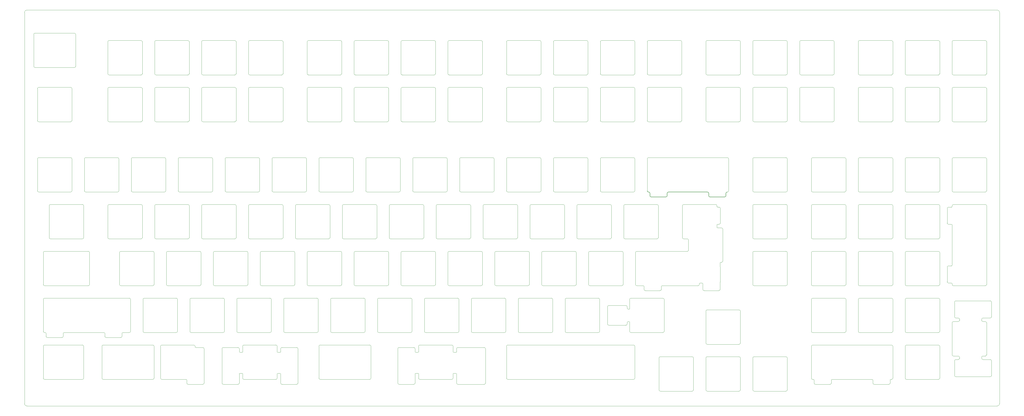
<source format=gbr>
%TF.GenerationSoftware,KiCad,Pcbnew,7.0.5*%
%TF.CreationDate,2023-06-29T00:41:08-04:00*%
%TF.ProjectId,3DP-FR4-plate-top-reset-cutout,3344502d-4652-4342-9d70-6c6174652d74,rev?*%
%TF.SameCoordinates,Original*%
%TF.FileFunction,Profile,NP*%
%FSLAX46Y46*%
G04 Gerber Fmt 4.6, Leading zero omitted, Abs format (unit mm)*
G04 Created by KiCad (PCBNEW 7.0.5) date 2023-06-29 00:41:08*
%MOMM*%
%LPD*%
G01*
G04 APERTURE LIST*
%TA.AperFunction,Profile*%
%ADD10C,0.200000*%
%TD*%
%TA.AperFunction,Profile*%
%ADD11C,0.100000*%
%TD*%
%TA.AperFunction,Profile*%
%ADD12C,0.050000*%
%TD*%
G04 APERTURE END LIST*
D10*
X261000009Y-74500000D02*
X261000010Y-75500000D01*
X285463000Y-74000000D02*
X285376008Y-74000000D01*
X277876010Y-75500000D02*
G75*
G03*
X278376008Y-76000000I500003J3D01*
G01*
X284376000Y-75999990D02*
G75*
G03*
X284876000Y-75500000I11J499989D01*
G01*
X260500000Y-76000000D02*
G75*
G03*
X261000010Y-75500000I10J500000D01*
G01*
X260500000Y-76000000D02*
X254500008Y-76000000D01*
X284876008Y-74500000D02*
X284876004Y-75500000D01*
X277729562Y-74146446D02*
G75*
G03*
X277376009Y-74000000I-353547J-353540D01*
G01*
X254000010Y-75500000D02*
X254000009Y-74499999D01*
X277876009Y-74499999D02*
G75*
G03*
X277729562Y-74146446I-500391J-163D01*
G01*
X253500009Y-74000000D02*
X253413009Y-74000000D01*
X277876010Y-75500000D02*
X277876009Y-74499999D01*
X254000010Y-75500000D02*
G75*
G03*
X254500008Y-76000000I500003J3D01*
G01*
X254000009Y-74499999D02*
G75*
G03*
X253853562Y-74146446I-500391J-163D01*
G01*
X261500009Y-74000000D02*
G75*
G03*
X261146456Y-74146447I-2J-499992D01*
G01*
X253853562Y-74146446D02*
G75*
G03*
X253500009Y-74000000I-353547J-353540D01*
G01*
X285376008Y-74000002D02*
G75*
G03*
X285022456Y-74146448I-5J-499988D01*
G01*
X284376000Y-75999990D02*
X278376008Y-76000000D01*
X285022454Y-74146446D02*
G75*
G03*
X284876008Y-74500000I353459J-353514D01*
G01*
X277376009Y-74000000D02*
X261500009Y-74000000D01*
X252913010Y-73500000D02*
G75*
G03*
X253413009Y-74000000I500001J1D01*
G01*
X261146456Y-74146447D02*
G75*
G03*
X261000009Y-74500000I353455J-353513D01*
G01*
D11*
X209263000Y-45425000D02*
G75*
G03*
X209763000Y-44925000I0J500000D01*
G01*
X377238000Y-12375000D02*
G75*
G03*
X376738000Y-12875000I0J-500000D01*
G01*
X180688000Y-93050000D02*
G75*
G03*
X181188000Y-92550000I0J500000D01*
G01*
X143875500Y-117150000D02*
G75*
G03*
X143375500Y-117650000I0J-500000D01*
G01*
X128300500Y-26375000D02*
X115300500Y-26375000D01*
X114800500Y-44925000D02*
G75*
G03*
X115300500Y-45425000I500000J0D01*
G01*
X134350500Y-12375000D02*
X147350500Y-12375000D01*
X269581750Y-93350000D02*
X269581750Y-97800000D01*
X333588000Y-79550000D02*
G75*
G03*
X333088000Y-79050000I-500000J0D01*
G01*
X200525500Y-130650000D02*
X200525500Y-117650000D01*
X104488000Y-93050000D02*
X91488000Y-93050000D01*
X115300500Y-45425000D02*
X128300500Y-45425000D01*
X66888000Y-92550000D02*
X66888000Y-79550000D01*
X371188000Y-112100000D02*
G75*
G03*
X371688000Y-111600000I0J500000D01*
G01*
X377738000Y-118737000D02*
X377738000Y-124737000D01*
X358188000Y-60000000D02*
G75*
G03*
X357688000Y-60500000I0J-500000D01*
G01*
X233863000Y-44925000D02*
X233863000Y-31925000D01*
X160044300Y-149700000D02*
G75*
G03*
X160544251Y-150200000I500000J0D01*
G01*
X157663000Y-73500000D02*
G75*
G03*
X158163000Y-74000000I500000J0D01*
G01*
X376738000Y-44925000D02*
G75*
G03*
X377238000Y-45425000I500000J0D01*
G01*
X309775500Y-31925000D02*
G75*
G03*
X309275500Y-31425000I-500000J0D01*
G01*
X124038000Y-79550000D02*
G75*
G03*
X123538000Y-79050000I-500000J0D01*
G01*
X257675500Y-154462500D02*
G75*
G03*
X258175500Y-154962500I500000J0D01*
G01*
X282081750Y-80137000D02*
X281500500Y-80137000D01*
X160044251Y-147900000D02*
X160044251Y-149700000D01*
X377238000Y-140675000D02*
X379238000Y-140675000D01*
X31956750Y-136199950D02*
G75*
G03*
X31456750Y-136700000I50J-500050D01*
G01*
X174044251Y-149700000D02*
X174044251Y-147900000D01*
X282494757Y-110794841D02*
G75*
G03*
X282581750Y-110513000I-413057J281841D01*
G01*
X358188000Y-150200000D02*
X371188000Y-150200000D01*
X195763000Y-136700000D02*
X195763000Y-149700000D01*
X243100500Y-98600000D02*
X243100500Y-111600000D01*
X55269300Y-149700000D02*
G75*
G03*
X55769250Y-150200000I500000J0D01*
G01*
X91488000Y-31425000D02*
G75*
G03*
X90988000Y-31925000I0J-500000D01*
G01*
X320088000Y-79050000D02*
X333088000Y-79050000D01*
X103844751Y-139200000D02*
X102806751Y-139200000D01*
X37813000Y-74000000D02*
G75*
G03*
X38313000Y-73500000I0J500000D01*
G01*
X118775500Y-131149999D02*
G75*
G03*
X119275499Y-130649999I0J499999D01*
G01*
X38313000Y-60500000D02*
G75*
G03*
X37813000Y-60000000I-500000J0D01*
G01*
X295775500Y-111600000D02*
G75*
G03*
X296275500Y-112100000I500000J0D01*
G01*
X247863000Y-60500000D02*
X247863000Y-73500000D01*
X152900500Y-44925000D02*
G75*
G03*
X153400500Y-45425000I500000J0D01*
G01*
X375238000Y-111013000D02*
X376438000Y-111013000D01*
X395000000Y-161000000D02*
X1000000Y-161000000D01*
X104988000Y-31925000D02*
X104988000Y-44925000D01*
X181975500Y-117150000D02*
G75*
G03*
X181475500Y-117650000I0J-500000D01*
G01*
X52600500Y-98600000D02*
G75*
G03*
X52100500Y-98100000I-500000J0D01*
G01*
X246269250Y-117149950D02*
G75*
G03*
X245769250Y-117650000I50J-500050D01*
G01*
X233075500Y-117150000D02*
X220075500Y-117150000D01*
X104544751Y-152200000D02*
X110544751Y-152200000D01*
X276725499Y-135412501D02*
G75*
G03*
X277225500Y-135912501I500001J1D01*
G01*
X71938000Y-44925000D02*
G75*
G03*
X72438000Y-45425000I500000J0D01*
G01*
X377238000Y-79050000D02*
G75*
G03*
X376738000Y-79550000I0J-500000D01*
G01*
X104488000Y-12375000D02*
X91488000Y-12375000D01*
X5763000Y-60000000D02*
G75*
G03*
X5263000Y-60500000I0J-500000D01*
G01*
X115300500Y-98100000D02*
G75*
G03*
X114800500Y-98600000I0J-500000D01*
G01*
X277225500Y-12375000D02*
G75*
G03*
X276725500Y-12875000I0J-500000D01*
G01*
X102806751Y-147700000D02*
X103844751Y-147700000D01*
X85438000Y-12375000D02*
X72438000Y-12375000D01*
X252118750Y-114100000D02*
X258118749Y-114100000D01*
X281200500Y-88275000D02*
X281200500Y-87437000D01*
X119563000Y-136700000D02*
X119563000Y-149700000D01*
X174044251Y-139000000D02*
X174044251Y-136700000D01*
X396000000Y-1000000D02*
G75*
G03*
X395000000Y0I-1000000J0D01*
G01*
X8144250Y-131150000D02*
X8431250Y-131150000D01*
X338638000Y-111600000D02*
X338638000Y-98600000D01*
X185450500Y-45425000D02*
G75*
G03*
X185950500Y-44925000I0J500000D01*
G01*
X333588000Y-130650000D02*
X333588000Y-117650000D01*
X266413000Y-45425000D02*
G75*
G03*
X266913000Y-44925000I0J500000D01*
G01*
X371688000Y-31925000D02*
G75*
G03*
X371188000Y-31425000I-500000J0D01*
G01*
X134350500Y-98100000D02*
G75*
G03*
X133850500Y-98600000I0J-500000D01*
G01*
X47338000Y-79050000D02*
X34338000Y-79050000D01*
X110544751Y-137200000D02*
X104544751Y-137200000D01*
X352638000Y-60500000D02*
X352638000Y-73500000D01*
X152613000Y-73500000D02*
X152613000Y-60500000D01*
X124038000Y-92550000D02*
X124038000Y-79550000D01*
X351551000Y-150500000D02*
X351551000Y-151700000D01*
X379738000Y-141175000D02*
X379738000Y-141613000D01*
X33838000Y-12875000D02*
X33838000Y-25875000D01*
X376738000Y-87437000D02*
G75*
G03*
X376438000Y-87137000I-300000J0D01*
G01*
X10525501Y-79050000D02*
X23525500Y-79050000D01*
X220075500Y-117150000D02*
G75*
G03*
X219575500Y-117650000I0J-500000D01*
G01*
X148638000Y-93050000D02*
X161638000Y-93050000D01*
X371688000Y-130650000D02*
X371688000Y-117650000D01*
X271675500Y-154462500D02*
X271675500Y-141462500D01*
X159844251Y-139200051D02*
G75*
G03*
X160044251Y-139000000I-51J200051D01*
G01*
X243388000Y-79550000D02*
X243388000Y-92550000D01*
X233863000Y-73500000D02*
G75*
G03*
X234363000Y-74000000I500000J0D01*
G01*
X379738000Y-141175000D02*
G75*
G03*
X379238000Y-140675000I-500000J0D01*
G01*
X390738000Y-31925000D02*
X390738000Y-44925000D01*
X377238000Y-126675000D02*
G75*
G03*
X376738000Y-127175000I0J-500000D01*
G01*
X185450500Y-12375000D02*
X172450500Y-12375000D01*
X357688000Y-136700000D02*
X357688000Y-149700000D01*
X333588000Y-117650000D02*
G75*
G03*
X333088000Y-117150000I-500000J0D01*
G01*
X276725500Y-154462500D02*
X276725500Y-141462500D01*
X85938000Y-31925000D02*
G75*
G03*
X85438000Y-31425000I-500000J0D01*
G01*
X67175500Y-130650000D02*
X67175500Y-117650000D01*
X234363000Y-12375000D02*
X247363000Y-12375000D01*
X148638000Y-79050000D02*
G75*
G03*
X148138000Y-79550000I0J-500000D01*
G01*
X81175500Y-117650000D02*
G75*
G03*
X80675500Y-117150000I-500000J0D01*
G01*
X1000000Y0D02*
G75*
G03*
X0Y-1000000I0J-1000000D01*
G01*
X47838000Y-92550000D02*
X47838000Y-79550000D01*
X31456800Y-149700000D02*
G75*
G03*
X31956750Y-150200000I500000J0D01*
G01*
X185450500Y-98100000D02*
X172450500Y-98100000D01*
X205000500Y-98600000D02*
G75*
G03*
X204500500Y-98100000I-500000J0D01*
G01*
X374738000Y-104513000D02*
X374738000Y-110513000D01*
X185450500Y-26375000D02*
G75*
G03*
X185950500Y-25875000I0J500000D01*
G01*
X120063000Y-150200000D02*
X140206750Y-150200000D01*
X376738000Y-73500000D02*
G75*
G03*
X377238000Y-74000000I500000J0D01*
G01*
X76413000Y-60500000D02*
G75*
G03*
X75913000Y-60000000I-500000J0D01*
G01*
X320088000Y-117150000D02*
G75*
G03*
X319588000Y-117650000I0J-500000D01*
G01*
X162138000Y-79550000D02*
G75*
G03*
X161638000Y-79050000I-500000J0D01*
G01*
X87206751Y-139000000D02*
X87206751Y-137700000D01*
X296275500Y-93050000D02*
X309275500Y-93050000D01*
X34338000Y-93050000D02*
X47338000Y-93050000D01*
X81463000Y-73500000D02*
X81463000Y-60500000D01*
X352138000Y-93050000D02*
G75*
G03*
X352638000Y-92550000I0J500000D01*
G01*
X33838000Y-25875000D02*
G75*
G03*
X34338000Y-26375000I500000J0D01*
G01*
X390738000Y-127175000D02*
G75*
G03*
X390238000Y-126675000I-500000J0D01*
G01*
X166900500Y-98600000D02*
X166900500Y-111600000D01*
X285963000Y-60500000D02*
G75*
G03*
X285463000Y-60000000I-500000J0D01*
G01*
X390738000Y-12875000D02*
G75*
G03*
X390238000Y-12375000I-500000J0D01*
G01*
X396000000Y-1000000D02*
X396000000Y-160000000D01*
X176713000Y-73500000D02*
G75*
G03*
X177213000Y-74000000I500000J0D01*
G01*
X290225500Y-45425000D02*
G75*
G03*
X290725500Y-44925000I0J500000D01*
G01*
X309775500Y-79550000D02*
G75*
G03*
X309275500Y-79050000I-500000J0D01*
G01*
X123538000Y-93050000D02*
G75*
G03*
X124038000Y-92550000I0J500000D01*
G01*
X148138000Y-79550000D02*
X148138000Y-92550000D01*
X72438000Y-31425000D02*
X85438000Y-31425000D01*
X258918750Y-112099950D02*
G75*
G03*
X258618750Y-112400000I50J-300050D01*
G01*
X285463000Y-74000000D02*
G75*
G03*
X285963000Y-73500000I0J500000D01*
G01*
X296275500Y-140962500D02*
X309275500Y-140962500D01*
X105775500Y-117150000D02*
G75*
G03*
X105275500Y-117650000I0J-500000D01*
G01*
X66388000Y-93050000D02*
G75*
G03*
X66888000Y-92550000I0J500000D01*
G01*
X57363000Y-60500000D02*
G75*
G03*
X56863000Y-60000000I-500000J0D01*
G01*
X390238000Y-26375000D02*
X377238000Y-26375000D01*
X358188000Y-12375000D02*
G75*
G03*
X357688000Y-12875000I0J-500000D01*
G01*
X220075500Y-131150000D02*
X233075500Y-131150000D01*
X339138000Y-12375000D02*
X352138000Y-12375000D01*
X52888000Y-25875000D02*
G75*
G03*
X53388000Y-26375000I500000J0D01*
G01*
X253413000Y-12375000D02*
X266413000Y-12375000D01*
X352638000Y-98600000D02*
X352638000Y-111600000D01*
X256888000Y-93050000D02*
G75*
G03*
X257388000Y-92550000I0J500000D01*
G01*
X57650500Y-98600000D02*
X57650500Y-111600000D01*
X224050500Y-98600000D02*
X224050500Y-111600000D01*
X81963000Y-60000000D02*
G75*
G03*
X81463000Y-60500000I0J-500000D01*
G01*
X377738000Y-124737000D02*
G75*
G03*
X378238000Y-125237000I500000J0D01*
G01*
X8731300Y-132650000D02*
G75*
G03*
X9231250Y-133150000I500000J0D01*
G01*
X94963000Y-74000000D02*
G75*
G03*
X95463000Y-73500000I0J500000D01*
G01*
X333088000Y-74000000D02*
X320088000Y-74000000D01*
X34338000Y-26375000D02*
X47338000Y-26375000D01*
X259269250Y-117150000D02*
X246269250Y-117150000D01*
X120063000Y-60000000D02*
G75*
G03*
X119563000Y-60500000I0J-500000D01*
G01*
X214813000Y-25875000D02*
G75*
G03*
X215313000Y-26375000I500000J0D01*
G01*
X271175500Y-154962500D02*
G75*
G03*
X271675500Y-154462500I0J500000D01*
G01*
X320088000Y-98100000D02*
G75*
G03*
X319588000Y-98600000I0J-500000D01*
G01*
X186706751Y-152200051D02*
G75*
G03*
X187206751Y-151700000I-51J500051D01*
G01*
X195475500Y-117650000D02*
X195475500Y-130650000D01*
X166400500Y-112100000D02*
G75*
G03*
X166900500Y-111600000I0J500000D01*
G01*
X166900500Y-12875000D02*
G75*
G03*
X166400500Y-12375000I-500000J0D01*
G01*
X327175000Y-152200000D02*
G75*
G03*
X327675000Y-151700000I0J500000D01*
G01*
X224338000Y-92550000D02*
G75*
G03*
X224838000Y-93050000I500000J0D01*
G01*
X25906750Y-98100000D02*
X8144251Y-98100000D01*
X85938000Y-31925000D02*
X85938000Y-44925000D01*
X101013000Y-60000000D02*
G75*
G03*
X100513000Y-60500000I0J-500000D01*
G01*
X377238000Y-112100000D02*
X390238000Y-112100000D01*
X309275500Y-79050000D02*
X296275500Y-79050000D01*
X138613000Y-73500000D02*
G75*
G03*
X139113000Y-74000000I500000J0D01*
G01*
X133850500Y-44925000D02*
X133850500Y-31925000D01*
X91488000Y-26375000D02*
X104488000Y-26375000D01*
X295775500Y-92550000D02*
G75*
G03*
X296275500Y-93050000I500000J0D01*
G01*
X379238000Y-142113000D02*
X378238000Y-142113000D01*
X114800500Y-25875000D02*
X114800500Y-12875000D01*
X290225500Y-154962500D02*
G75*
G03*
X290725500Y-154462500I0J500000D01*
G01*
X267700499Y-79049999D02*
G75*
G03*
X267200499Y-79550000I1J-500001D01*
G01*
X376738000Y-140175000D02*
G75*
G03*
X377238000Y-140675000I500000J0D01*
G01*
X72913000Y-151700000D02*
X72913000Y-137700000D01*
X52100501Y-136200000D02*
X31956750Y-136200000D01*
X71938000Y-92550000D02*
X71938000Y-79550000D01*
X205788000Y-79050000D02*
X218788000Y-79050000D01*
X390238000Y-79050000D02*
X377238000Y-79050000D01*
X357688000Y-44925000D02*
G75*
G03*
X358188000Y-45425000I500000J0D01*
G01*
X18763000Y-31425000D02*
X5763000Y-31425000D01*
X124825500Y-131150000D02*
X137825500Y-131150000D01*
X114800500Y-31925000D02*
X114800500Y-44925000D01*
X352138000Y-74000000D02*
G75*
G03*
X352638000Y-73500000I0J500000D01*
G01*
X233863000Y-44925000D02*
G75*
G03*
X234363000Y-45425000I500000J0D01*
G01*
X104044800Y-151700000D02*
G75*
G03*
X104544751Y-152200000I500000J0D01*
G01*
X378238000Y-149113000D02*
X392238000Y-149113000D01*
X389238000Y-125237000D02*
X392238000Y-125237000D01*
X327975000Y-150200000D02*
G75*
G03*
X327675000Y-150500000I0J-300000D01*
G01*
X338638000Y-25875000D02*
G75*
G03*
X339138000Y-26375000I500000J0D01*
G01*
X105275500Y-130650000D02*
X105275500Y-117650000D01*
X258175500Y-154962500D02*
X271175500Y-154962500D01*
X352638000Y-130650000D02*
X352638000Y-117650000D01*
X138325500Y-117650000D02*
G75*
G03*
X137825500Y-117150000I-500000J0D01*
G01*
X23525501Y-150200001D02*
G75*
G03*
X24025501Y-149700000I-1J500001D01*
G01*
X124325500Y-117650000D02*
X124325500Y-130650000D01*
X274056750Y-111600000D02*
X274056750Y-111313000D01*
X129588000Y-79050000D02*
G75*
G03*
X129088000Y-79550000I0J-500000D01*
G01*
X172450500Y-98100000D02*
G75*
G03*
X171950500Y-98600000I0J-500000D01*
G01*
X175482200Y-147900000D02*
G75*
G03*
X175282251Y-147700000I-200000J0D01*
G01*
X276725500Y-25875000D02*
X276725500Y-12875000D01*
X328825502Y-12875000D02*
G75*
G03*
X328325502Y-12374998I-500002J0D01*
G01*
X33838000Y-44925000D02*
G75*
G03*
X34338000Y-45425000I500000J0D01*
G01*
X283581750Y-102075000D02*
X283581750Y-89075000D01*
X43075500Y-117650000D02*
G75*
G03*
X42575500Y-117150000I-500000J0D01*
G01*
X390238000Y-45425000D02*
X377238000Y-45425000D01*
X95750499Y-111600000D02*
X95750499Y-98600000D01*
X76700500Y-111600000D02*
X76700499Y-98600000D01*
X309775500Y-111600000D02*
X309775500Y-98600000D01*
X390238000Y-112100000D02*
G75*
G03*
X390738000Y-111600000I0J500000D01*
G01*
X219288000Y-79550000D02*
X219288000Y-92550000D01*
X309775500Y-12875000D02*
X309775500Y-25875000D01*
X53388000Y-31425000D02*
G75*
G03*
X52888000Y-31925000I0J-500000D01*
G01*
X69269250Y-137000000D02*
X69269250Y-136700000D01*
X138613000Y-60500000D02*
X138613000Y-73500000D01*
X281500500Y-87137000D02*
G75*
G03*
X281200500Y-87437000I0J-300000D01*
G01*
X275494701Y-111313000D02*
G75*
G03*
X275194749Y-111012999I-300001J0D01*
G01*
X191000500Y-98600000D02*
X191000500Y-111600000D01*
X8144250Y-117149950D02*
G75*
G03*
X7644250Y-117650000I50J-500050D01*
G01*
X85938000Y-25875000D02*
X85938000Y-12875000D01*
X103844751Y-139200051D02*
G75*
G03*
X104044751Y-139000000I-51J200051D01*
G01*
X314825500Y-25875000D02*
X314825500Y-12875000D01*
X251618700Y-112400000D02*
G75*
G03*
X251318750Y-112100000I-300000J0D01*
G01*
X5763000Y-60000000D02*
X18763000Y-60000000D01*
X338638000Y-111600000D02*
G75*
G03*
X339138000Y-112100000I500000J0D01*
G01*
X10025500Y-92550000D02*
X10025501Y-79550000D01*
X275494800Y-113600000D02*
G75*
G03*
X275994750Y-114100000I500000J0D01*
G01*
X128800500Y-12875000D02*
X128800500Y-25875000D01*
X376738000Y-111313000D02*
G75*
G03*
X376438000Y-111013000I-300000J0D01*
G01*
X247863000Y-31925000D02*
X247863000Y-44925000D01*
X20263000Y-23375000D02*
G75*
G03*
X20763000Y-22875000I0J500000D01*
G01*
X139113000Y-74000000D02*
X152113000Y-74000000D01*
X390738000Y-31925000D02*
G75*
G03*
X390238000Y-31425000I-500000J0D01*
G01*
X152900500Y-25875000D02*
G75*
G03*
X153400500Y-26375000I500000J0D01*
G01*
X119563000Y-60500000D02*
X119563000Y-73500000D01*
X86225499Y-130650000D02*
G75*
G03*
X86725500Y-131150001I500001J0D01*
G01*
X86725500Y-131150000D02*
X99725500Y-131150000D01*
X352138000Y-150200000D02*
G75*
G03*
X352638000Y-149700000I0J500000D01*
G01*
X31456750Y-136700000D02*
X31456750Y-149700000D01*
X209763000Y-31925000D02*
G75*
G03*
X209263000Y-31425000I-500000J0D01*
G01*
X52100500Y-112100000D02*
X39100500Y-112100000D01*
X358188000Y-79050000D02*
G75*
G03*
X357688000Y-79550000I0J-500000D01*
G01*
X147350500Y-26375000D02*
X134350500Y-26375000D01*
X4263000Y-9375000D02*
G75*
G03*
X3763000Y-9875000I0J-500000D01*
G01*
X215313000Y-31425000D02*
X228313000Y-31425000D01*
X378238000Y-118237000D02*
G75*
G03*
X377738000Y-118737000I0J-500000D01*
G01*
X195763000Y-44925000D02*
G75*
G03*
X196263000Y-45425000I500000J0D01*
G01*
X133850500Y-44925000D02*
G75*
G03*
X134350500Y-45425000I500000J0D01*
G01*
X274356750Y-111012950D02*
G75*
G03*
X274056750Y-111313000I50J-300050D01*
G01*
X157375500Y-117650000D02*
G75*
G03*
X156875500Y-117150000I-500000J0D01*
G01*
X333588000Y-60500000D02*
G75*
G03*
X333088000Y-60000000I-500000J0D01*
G01*
X259269250Y-131150050D02*
G75*
G03*
X259769250Y-130650000I-50J500050D01*
G01*
X39107250Y-133150050D02*
G75*
G03*
X39607250Y-132650000I-50J500050D01*
G01*
X352138000Y-112100000D02*
X339138000Y-112100000D01*
X47338000Y-12375000D02*
X34338000Y-12375000D01*
X338638000Y-44925000D02*
X338638000Y-31925000D01*
X392738000Y-124737000D02*
X392738000Y-118737000D01*
X85438000Y-45425000D02*
X72438000Y-45425000D01*
X247363000Y-74000000D02*
G75*
G03*
X247863000Y-73500000I0J500000D01*
G01*
X223550500Y-112100000D02*
G75*
G03*
X224050500Y-111600000I0J500000D01*
G01*
X371688000Y-111600000D02*
X371688000Y-98600000D01*
X376738000Y-127175000D02*
X376738000Y-140175000D01*
X333088000Y-93050000D02*
G75*
G03*
X333588000Y-92550000I0J500000D01*
G01*
X20763000Y-9875000D02*
G75*
G03*
X20263000Y-9375000I-500000J0D01*
G01*
X245769200Y-126850000D02*
G75*
G03*
X245569250Y-126650000I-200000J0D01*
G01*
X100225500Y-117650000D02*
G75*
G03*
X99725500Y-117150000I-500000J0D01*
G01*
X110038000Y-79550000D02*
X110038000Y-92550000D01*
X153400500Y-31425000D02*
G75*
G03*
X152900500Y-31925000I0J-500000D01*
G01*
X88406751Y-139200000D02*
X87406751Y-139200000D01*
X266913000Y-12875000D02*
X266913000Y-25875000D01*
X171163000Y-74000000D02*
G75*
G03*
X171663000Y-73500000I0J500000D01*
G01*
X185950500Y-12875000D02*
G75*
G03*
X185450500Y-12375000I-500000J0D01*
G01*
X152900500Y-111600000D02*
G75*
G03*
X153400500Y-112100000I500000J0D01*
G01*
X33107250Y-133150000D02*
X39107250Y-133150000D01*
X143375500Y-117650000D02*
X143375500Y-130650000D01*
X296275500Y-31425000D02*
G75*
G03*
X295775500Y-31925000I0J-500000D01*
G01*
X80706751Y-137199951D02*
G75*
G03*
X80206751Y-137700000I49J-500049D01*
G01*
X209263000Y-74000000D02*
G75*
G03*
X209763000Y-73500000I0J500000D01*
G01*
X205000500Y-111600000D02*
X205000500Y-98600000D01*
X339138000Y-131150000D02*
X352138000Y-131150000D01*
X181475500Y-130650000D02*
G75*
G03*
X181975500Y-131150000I500000J0D01*
G01*
X118775500Y-131150000D02*
X105775500Y-131150000D01*
X205288000Y-92550000D02*
G75*
G03*
X205788000Y-93050000I500000J0D01*
G01*
X153400500Y-12375000D02*
X166400500Y-12375000D01*
X257388000Y-79550000D02*
G75*
G03*
X256888000Y-79050000I-500000J0D01*
G01*
X352638000Y-136700000D02*
G75*
G03*
X352138000Y-136200000I-500000J0D01*
G01*
X80206800Y-151700000D02*
G75*
G03*
X80706751Y-152200000I500000J0D01*
G01*
X52600500Y-98600000D02*
X52600500Y-111600000D01*
X333088000Y-112100000D02*
G75*
G03*
X333588000Y-111600000I0J500000D01*
G01*
X285963000Y-60500000D02*
X285963000Y-73500000D01*
X379238000Y-126675000D02*
G75*
G03*
X379738000Y-126175000I0J500000D01*
G01*
X175482300Y-151700000D02*
G75*
G03*
X175982251Y-152200000I500000J0D01*
G01*
X256888000Y-79050000D02*
X243888000Y-79050000D01*
X320375000Y-150200000D02*
X320088000Y-150200000D01*
X47838000Y-12875000D02*
G75*
G03*
X47338000Y-12375000I-500000J0D01*
G01*
X153400500Y-12375000D02*
G75*
G03*
X152900500Y-12875000I0J-500000D01*
G01*
X392238000Y-118237000D02*
X378238000Y-118237000D01*
X233863000Y-25875000D02*
G75*
G03*
X234363000Y-26375000I500000J0D01*
G01*
X147350500Y-45425000D02*
G75*
G03*
X147850500Y-44925000I0J500000D01*
G01*
X224050500Y-98600000D02*
G75*
G03*
X223550500Y-98100000I-500000J0D01*
G01*
X72438000Y-12375000D02*
G75*
G03*
X71938000Y-12875000I0J-500000D01*
G01*
X48625500Y-131150000D02*
X61625500Y-131150000D01*
X390738000Y-140175000D02*
X390738000Y-127175000D01*
X228813000Y-31925000D02*
G75*
G03*
X228313000Y-31425000I-500000J0D01*
G01*
X171950500Y-111600000D02*
G75*
G03*
X172450500Y-112100000I500000J0D01*
G01*
X209263000Y-26375000D02*
X196263000Y-26375000D01*
X357688000Y-92550000D02*
G75*
G03*
X358188000Y-93050000I500000J0D01*
G01*
X191500500Y-98100000D02*
G75*
G03*
X191000500Y-98600000I0J-500000D01*
G01*
X281200500Y-79837000D02*
G75*
G03*
X281500500Y-80137000I300000J0D01*
G01*
X86725500Y-117150000D02*
G75*
G03*
X86225500Y-117650000I0J-500000D01*
G01*
X90200500Y-112100000D02*
G75*
G03*
X90700500Y-111600000I0J500000D01*
G01*
X371688000Y-136700000D02*
G75*
G03*
X371188000Y-136200000I-500000J0D01*
G01*
X23525501Y-136200000D02*
X21144250Y-136200000D01*
X371688000Y-149700000D02*
X371688000Y-136700000D01*
X85438000Y-93050000D02*
X72438000Y-93050000D01*
X378238000Y-125237000D02*
X379238000Y-125237000D01*
X32607200Y-131450000D02*
G75*
G03*
X32307250Y-131150000I-300000J0D01*
G01*
X309275500Y-112100000D02*
G75*
G03*
X309775500Y-111600000I0J500000D01*
G01*
X66413000Y-152200000D02*
X72413000Y-152200000D01*
X371188000Y-150200000D02*
G75*
G03*
X371688000Y-149700000I0J500000D01*
G01*
X140706750Y-149700000D02*
X140706750Y-136700000D01*
X273556750Y-112100050D02*
G75*
G03*
X274056750Y-111600000I-50J500050D01*
G01*
X371188000Y-93050000D02*
G75*
G03*
X371688000Y-92550000I0J500000D01*
G01*
X104044700Y-147900000D02*
G75*
G03*
X103844751Y-147700000I-200000J0D01*
G01*
X228313000Y-74000000D02*
G75*
G03*
X228813000Y-73500000I0J500000D01*
G01*
X129588000Y-79050000D02*
X142588000Y-79050000D01*
X90988000Y-25875000D02*
G75*
G03*
X91488000Y-26375000I500000J0D01*
G01*
X104988000Y-31925000D02*
G75*
G03*
X104488000Y-31425000I-500000J0D01*
G01*
X295775500Y-154462500D02*
X295775500Y-141462500D01*
X333088000Y-93050000D02*
X320088000Y-93050000D01*
X352638000Y-12875000D02*
G75*
G03*
X352138000Y-12375000I-500000J0D01*
G01*
X314825500Y-25875000D02*
G75*
G03*
X315325500Y-26375000I500000J0D01*
G01*
X379738000Y-125737000D02*
X379738000Y-126175000D01*
X162925500Y-117150000D02*
G75*
G03*
X162425500Y-117650000I0J-500000D01*
G01*
X4263000Y-9375000D02*
X20263000Y-9375000D01*
X171950500Y-25875000D02*
G75*
G03*
X172450500Y-26375000I500000J0D01*
G01*
X157663000Y-60500000D02*
X157663000Y-73500000D01*
X66388000Y-79050000D02*
X53388000Y-79050000D01*
X90988000Y-92550000D02*
X90988000Y-79550000D01*
X166900500Y-12875000D02*
X166900500Y-25875000D01*
X86706751Y-152200051D02*
G75*
G03*
X87206751Y-151700000I-51J500051D01*
G01*
X62125500Y-130650000D02*
X62125500Y-117650000D01*
X158806251Y-147700000D02*
X159844251Y-147700000D01*
X8144251Y-112100000D02*
X25906750Y-112100000D01*
X175925500Y-117150000D02*
X162925500Y-117150000D01*
X102806751Y-147699951D02*
G75*
G03*
X102606751Y-147900000I49J-200049D01*
G01*
X358188000Y-93050000D02*
X371188000Y-93050000D01*
X66888000Y-25875000D02*
X66888000Y-12875000D01*
X252913000Y-44925000D02*
G75*
G03*
X253413000Y-45425000I500000J0D01*
G01*
X247863000Y-149700000D02*
X247863000Y-136700000D01*
X238338000Y-79550000D02*
G75*
G03*
X237838000Y-79050000I-500000J0D01*
G01*
X71938000Y-25875000D02*
G75*
G03*
X72438000Y-26375000I500000J0D01*
G01*
X171950500Y-98600000D02*
X171950500Y-111600000D01*
X80675500Y-131150000D02*
X67675500Y-131150000D01*
X267200500Y-92550000D02*
G75*
G03*
X267700499Y-93050000I500000J0D01*
G01*
X175482251Y-147900000D02*
X175482251Y-151700000D01*
X158106251Y-152200051D02*
G75*
G03*
X158606251Y-151700000I-51J500051D01*
G01*
X161638000Y-79050000D02*
X148638000Y-79050000D01*
X186238000Y-92550000D02*
G75*
G03*
X186738000Y-93050000I500000J0D01*
G01*
X24813000Y-74000000D02*
X37813000Y-74000000D01*
X94963000Y-74000000D02*
X81963000Y-74000000D01*
X5763000Y-31425000D02*
G75*
G03*
X5263000Y-31925000I0J-500000D01*
G01*
X210550500Y-98100000D02*
X223550500Y-98100000D01*
X320088000Y-79050000D02*
G75*
G03*
X319588000Y-79550000I0J-500000D01*
G01*
X186738000Y-79050000D02*
X199738000Y-79050000D01*
X24813000Y-60000000D02*
G75*
G03*
X24313000Y-60500000I0J-500000D01*
G01*
X338638000Y-92550000D02*
G75*
G03*
X339138000Y-93050000I500000J0D01*
G01*
X140706700Y-136700000D02*
G75*
G03*
X140206750Y-136200000I-500000J0D01*
G01*
X296275500Y-12375000D02*
X309275500Y-12375000D01*
X376738000Y-87437000D02*
X376738000Y-103713000D01*
X109750500Y-98600000D02*
G75*
G03*
X109250500Y-98100000I-500000J0D01*
G01*
X277225500Y-140962500D02*
G75*
G03*
X276725500Y-141462500I0J-500000D01*
G01*
X133063000Y-60000000D02*
X120063000Y-60000000D01*
X196263000Y-31425000D02*
G75*
G03*
X195763000Y-31925000I0J-500000D01*
G01*
X120063000Y-74000000D02*
X133063000Y-74000000D01*
X142588000Y-93050000D02*
G75*
G03*
X143088000Y-92550000I0J500000D01*
G01*
X247863000Y-12875000D02*
X247863000Y-25875000D01*
X338638000Y-73500000D02*
G75*
G03*
X339138000Y-74000000I500000J0D01*
G01*
X247363000Y-45425000D02*
G75*
G03*
X247863000Y-44925000I0J500000D01*
G01*
X269281750Y-98100050D02*
G75*
G03*
X269581750Y-97800000I-50J300050D01*
G01*
X167688000Y-79050000D02*
G75*
G03*
X167188000Y-79550000I0J-500000D01*
G01*
X333588000Y-79550000D02*
X333588000Y-92550000D01*
X392738000Y-118737000D02*
G75*
G03*
X392238000Y-118237000I-500000J0D01*
G01*
X309775500Y-44925000D02*
X309775500Y-31925000D01*
X91488000Y-79050000D02*
G75*
G03*
X90988000Y-79550000I0J-500000D01*
G01*
X90988000Y-12875000D02*
X90988000Y-25875000D01*
X276725500Y-44925000D02*
G75*
G03*
X277225500Y-45425000I500000J0D01*
G01*
X247363000Y-136200000D02*
X196263000Y-136200000D01*
X43863000Y-60000000D02*
X56863000Y-60000000D01*
X371188000Y-136200000D02*
X358188000Y-136200000D01*
X371188000Y-45425000D02*
G75*
G03*
X371688000Y-44925000I0J500000D01*
G01*
X233075500Y-131150000D02*
G75*
G03*
X233575500Y-130650000I0J500000D01*
G01*
X85438000Y-93050000D02*
G75*
G03*
X85938000Y-92550000I0J500000D01*
G01*
X352138000Y-79050000D02*
X339138000Y-79050000D01*
X209263000Y-60000000D02*
X196263000Y-60000000D01*
X90988000Y-44925000D02*
G75*
G03*
X91488000Y-45425000I500000J0D01*
G01*
X390738000Y-111600000D02*
X390738000Y-79550000D01*
X91488000Y-31425000D02*
X104488000Y-31425000D01*
X152106251Y-137199951D02*
G75*
G03*
X151606251Y-137700000I49J-500049D01*
G01*
X228313000Y-45425000D02*
X215313000Y-45425000D01*
X86706751Y-137200000D02*
X80706751Y-137200000D01*
X352138000Y-26375000D02*
X339138000Y-26375000D01*
X147850500Y-12875000D02*
X147850500Y-25875000D01*
X115300500Y-12375000D02*
X128300500Y-12375000D01*
X371188000Y-98100000D02*
X358188000Y-98100000D01*
X66888000Y-79550000D02*
G75*
G03*
X66388000Y-79050000I-500000J0D01*
G01*
X185950500Y-31925000D02*
G75*
G03*
X185450500Y-31425000I-500000J0D01*
G01*
X102106751Y-136200000D02*
X89106751Y-136200000D01*
X390738000Y-79550000D02*
G75*
G03*
X390238000Y-79050000I-500000J0D01*
G01*
X72438000Y-26375000D02*
X85438000Y-26375000D01*
X114800500Y-98600000D02*
X114800500Y-111600000D01*
X376738000Y-25875000D02*
G75*
G03*
X377238000Y-26375000I500000J0D01*
G01*
X42575500Y-131150000D02*
G75*
G03*
X43075500Y-130650000I0J500000D01*
G01*
X166900500Y-98600000D02*
G75*
G03*
X166400500Y-98100000I-500000J0D01*
G01*
X5263000Y-73500000D02*
X5263000Y-60500000D01*
X114513000Y-73500000D02*
X114513000Y-60500000D01*
X344551000Y-150500000D02*
G75*
G03*
X344251000Y-150200000I-300000J0D01*
G01*
X16031250Y-131150000D02*
X32307250Y-131150000D01*
X104988000Y-12875000D02*
G75*
G03*
X104488000Y-12375000I-500000J0D01*
G01*
X339138000Y-31425000D02*
G75*
G03*
X338638000Y-31925000I0J-500000D01*
G01*
X8144251Y-150200000D02*
X23525501Y-150200000D01*
X195763000Y-149700000D02*
G75*
G03*
X196263000Y-150200000I500000J0D01*
G01*
X223550500Y-112100000D02*
X210550500Y-112100000D01*
X215313000Y-12375000D02*
X228313000Y-12375000D01*
X19263000Y-60500000D02*
G75*
G03*
X18763000Y-60000000I-500000J0D01*
G01*
X271175500Y-140962500D02*
X258175500Y-140962500D01*
X99725500Y-117150000D02*
X86725500Y-117150000D01*
X328825500Y-31925000D02*
X328825500Y-44925000D01*
X171663000Y-60500000D02*
G75*
G03*
X171163000Y-60000000I-500000J0D01*
G01*
X319588000Y-149700000D02*
G75*
G03*
X320088000Y-150200000I500000J0D01*
G01*
X290725500Y-141462500D02*
G75*
G03*
X290225500Y-140962500I-500000J0D01*
G01*
X376738000Y-111600000D02*
G75*
G03*
X377238000Y-112100000I500000J0D01*
G01*
X15231250Y-133150050D02*
G75*
G03*
X15731250Y-132650000I-50J500050D01*
G01*
X358188000Y-31425000D02*
X371188000Y-31425000D01*
X176713000Y-73500000D02*
X176713000Y-60500000D01*
X290225500Y-26375000D02*
X277225500Y-26375000D01*
X237838000Y-93050000D02*
X224838000Y-93050000D01*
X43075500Y-130650000D02*
X43075500Y-117650000D01*
X171950500Y-44925000D02*
G75*
G03*
X172450500Y-45425000I500000J0D01*
G01*
X320675000Y-150500000D02*
G75*
G03*
X320375000Y-150200000I-300000J0D01*
G01*
X357688000Y-130650000D02*
G75*
G03*
X358188000Y-131150000I500000J0D01*
G01*
X85438000Y-26375000D02*
G75*
G03*
X85938000Y-25875000I0J500000D01*
G01*
X258918750Y-112100000D02*
X273556750Y-112100000D01*
X152900500Y-25875000D02*
X152900500Y-12875000D01*
X327675000Y-150500000D02*
X327675000Y-151700000D01*
X245569250Y-121650050D02*
G75*
G03*
X245769250Y-121450000I-50J200050D01*
G01*
X252913000Y-25875000D02*
X252913000Y-12875000D01*
X88606800Y-149700000D02*
G75*
G03*
X89106751Y-150200000I500000J0D01*
G01*
X315325500Y-31425000D02*
G75*
G03*
X314825500Y-31925000I0J-500000D01*
G01*
X333088000Y-117150000D02*
X320088000Y-117150000D01*
X296275500Y-45425000D02*
X309275500Y-45425000D01*
X195475500Y-117650000D02*
G75*
G03*
X194975500Y-117150000I-500000J0D01*
G01*
X228813000Y-73500000D02*
X228813000Y-60500000D01*
X228813000Y-12875000D02*
X228813000Y-25875000D01*
X258175500Y-140962500D02*
G75*
G03*
X257675500Y-141462500I0J-500000D01*
G01*
X266413000Y-26375000D02*
X253413000Y-26375000D01*
X251618800Y-113600000D02*
G75*
G03*
X252118750Y-114100000I500000J0D01*
G01*
X209763000Y-73500000D02*
X209763000Y-60500000D01*
X269581700Y-93350000D02*
G75*
G03*
X269281750Y-93050000I-300000J0D01*
G01*
X133563000Y-73500000D02*
X133563000Y-60500000D01*
X258118749Y-114100049D02*
G75*
G03*
X258618749Y-113600000I-49J500049D01*
G01*
X10525501Y-79050001D02*
G75*
G03*
X10025501Y-79550000I-1J-499999D01*
G01*
X371188000Y-26375000D02*
G75*
G03*
X371688000Y-25875000I0J500000D01*
G01*
X247863000Y-136700000D02*
G75*
G03*
X247363000Y-136200000I-500000J0D01*
G01*
X39100500Y-98100000D02*
G75*
G03*
X38600500Y-98600000I0J-500000D01*
G01*
X101013000Y-74000000D02*
X114013000Y-74000000D01*
X76700500Y-111600000D02*
G75*
G03*
X77200500Y-112100000I500000J0D01*
G01*
X171950500Y-12875000D02*
X171950500Y-25875000D01*
X166400500Y-45425000D02*
X153400500Y-45425000D01*
X147350500Y-26375000D02*
G75*
G03*
X147850500Y-25875000I0J500000D01*
G01*
X320088000Y-60000000D02*
X333088000Y-60000000D01*
X233863000Y-73500000D02*
X233863000Y-60500000D01*
X395000000Y-161000000D02*
G75*
G03*
X396000000Y-160000000I0J1000000D01*
G01*
X47338000Y-26375000D02*
G75*
G03*
X47838000Y-25875000I0J500000D01*
G01*
X119563000Y-73500000D02*
G75*
G03*
X120063000Y-74000000I500000J0D01*
G01*
X33838000Y-44925000D02*
X33838000Y-31925000D01*
X52888000Y-44925000D02*
X52888000Y-31925000D01*
X248150500Y-111600000D02*
G75*
G03*
X248650500Y-112100000I500000J0D01*
G01*
X253413000Y-45425000D02*
X266413000Y-45425000D01*
X75913000Y-74000000D02*
G75*
G03*
X76413000Y-73500000I0J500000D01*
G01*
X281200500Y-79550000D02*
G75*
G03*
X280700500Y-79050000I-500000J0D01*
G01*
X56863000Y-74000000D02*
X43863000Y-74000000D01*
X371188000Y-117150000D02*
X358188000Y-117150000D01*
X295775500Y-25875000D02*
G75*
G03*
X296275500Y-26375000I500000J0D01*
G01*
X75913000Y-60000000D02*
X62913000Y-60000000D01*
X129088000Y-92550000D02*
X129088000Y-79550000D01*
X277225500Y-45425000D02*
X290225500Y-45425000D01*
X276725500Y-25875000D02*
G75*
G03*
X277225500Y-26375000I500000J0D01*
G01*
X388738000Y-126175000D02*
G75*
G03*
X389238000Y-126675000I500000J0D01*
G01*
X53388000Y-31425000D02*
X66388000Y-31425000D01*
X128300500Y-98100000D02*
X115300500Y-98100000D01*
X328325500Y-26374999D02*
G75*
G03*
X328825499Y-25874999I0J499999D01*
G01*
X5263000Y-44925000D02*
G75*
G03*
X5763000Y-45425000I500000J0D01*
G01*
X357688000Y-73500000D02*
G75*
G03*
X358188000Y-74000000I500000J0D01*
G01*
X190713000Y-60500000D02*
G75*
G03*
X190213000Y-60000000I-500000J0D01*
G01*
X158606300Y-139000000D02*
G75*
G03*
X158806251Y-139200000I200000J0D01*
G01*
X267700499Y-93050000D02*
X269281750Y-93050000D01*
X276725500Y-154462500D02*
G75*
G03*
X277225500Y-154962500I500000J0D01*
G01*
X8731200Y-131450000D02*
G75*
G03*
X8431250Y-131150000I-300000J0D01*
G01*
X102606700Y-136700000D02*
G75*
G03*
X102106751Y-136200000I-500000J0D01*
G01*
X320088000Y-136200000D02*
G75*
G03*
X319588000Y-136700000I0J-500000D01*
G01*
X295775500Y-98600000D02*
X295775500Y-111600000D01*
X69269300Y-137000000D02*
G75*
G03*
X69469250Y-137200000I200000J0D01*
G01*
X376438000Y-104013000D02*
G75*
G03*
X376738000Y-103713000I0J300000D01*
G01*
X219575500Y-130650000D02*
G75*
G03*
X220075500Y-131150000I500000J0D01*
G01*
X200525500Y-130650000D02*
G75*
G03*
X201025500Y-131150000I500000J0D01*
G01*
X104544751Y-137199951D02*
G75*
G03*
X104044751Y-137700000I49J-500049D01*
G01*
X115300500Y-12375000D02*
G75*
G03*
X114800500Y-12875000I0J-500000D01*
G01*
X90200500Y-112100000D02*
X77200500Y-112100000D01*
X290225500Y-121912501D02*
X277225500Y-121912501D01*
X352638000Y-117650000D02*
G75*
G03*
X352138000Y-117150000I-500000J0D01*
G01*
X259769200Y-117650000D02*
G75*
G03*
X259269250Y-117150000I-500000J0D01*
G01*
X152900500Y-111600000D02*
X152900500Y-98600000D01*
X371688000Y-92550000D02*
X371688000Y-79550000D01*
X23525500Y-93050000D02*
G75*
G03*
X24025500Y-92550000I0J500000D01*
G01*
X171163000Y-60000000D02*
X158163000Y-60000000D01*
X171950500Y-44925000D02*
X171950500Y-31925000D01*
X72438000Y-31425000D02*
G75*
G03*
X71938000Y-31925000I0J-500000D01*
G01*
X389238000Y-140675000D02*
G75*
G03*
X388738000Y-141175000I0J-500000D01*
G01*
X162925500Y-131150000D02*
X175925500Y-131150000D01*
X333588000Y-60500000D02*
X333588000Y-73500000D01*
X339138000Y-31425000D02*
X352138000Y-31425000D01*
X290725500Y-141462500D02*
X290725500Y-154462500D01*
X209263000Y-31425000D02*
X196263000Y-31425000D01*
X152900500Y-44925000D02*
X152900500Y-31925000D01*
X351851000Y-150200000D02*
G75*
G03*
X351551000Y-150500000I0J-300000D01*
G01*
X160544251Y-136199951D02*
G75*
G03*
X160044251Y-136700000I49J-500049D01*
G01*
X133850500Y-98600000D02*
X133850500Y-111600000D01*
X66388000Y-45425000D02*
G75*
G03*
X66888000Y-44925000I0J500000D01*
G01*
X229600500Y-98100000D02*
X242600500Y-98100000D01*
X110538000Y-93050000D02*
X123538000Y-93050000D01*
X52888000Y-12875000D02*
X52888000Y-25875000D01*
X374738000Y-80637000D02*
X374738000Y-86637000D01*
X218788000Y-93050000D02*
G75*
G03*
X219288000Y-92550000I0J500000D01*
G01*
X65913000Y-150400000D02*
G75*
G03*
X65713000Y-150200000I-200000J0D01*
G01*
X39607250Y-132650000D02*
X39607250Y-131450000D01*
X357688000Y-111600000D02*
G75*
G03*
X358188000Y-112100000I500000J0D01*
G01*
X157375500Y-130650000D02*
X157375500Y-117650000D01*
X52600501Y-136700000D02*
G75*
G03*
X52100500Y-136199999I-500001J0D01*
G01*
X47338000Y-93050000D02*
G75*
G03*
X47838000Y-92550000I0J500000D01*
G01*
X319588000Y-73500000D02*
G75*
G03*
X320088000Y-74000000I500000J0D01*
G01*
X52100501Y-150200001D02*
G75*
G03*
X52600501Y-149700000I-1J500001D01*
G01*
X371688000Y-79550000D02*
G75*
G03*
X371188000Y-79050000I-500000J0D01*
G01*
X174044300Y-139000000D02*
G75*
G03*
X174244251Y-139200000I200000J0D01*
G01*
X147850500Y-12875000D02*
G75*
G03*
X147350500Y-12375000I-500000J0D01*
G01*
X242600500Y-112100000D02*
X229600500Y-112100000D01*
X104488000Y-26375000D02*
G75*
G03*
X104988000Y-25875000I0J500000D01*
G01*
X176425500Y-117650000D02*
G75*
G03*
X175925500Y-117150000I-500000J0D01*
G01*
X128800500Y-98600000D02*
G75*
G03*
X128300500Y-98100000I-500000J0D01*
G01*
X158606200Y-137700000D02*
G75*
G03*
X158106251Y-137200000I-500000J0D01*
G01*
X234363000Y-31425000D02*
X247363000Y-31425000D01*
X65913000Y-150400000D02*
X65913000Y-151700000D01*
X34338000Y-79050000D02*
G75*
G03*
X33838000Y-79550000I0J-500000D01*
G01*
X190713000Y-60500000D02*
X190713000Y-73500000D01*
X37813000Y-60000000D02*
X24813000Y-60000000D01*
X129088000Y-92550000D02*
G75*
G03*
X129588000Y-93050000I500000J0D01*
G01*
X71150500Y-98100000D02*
X58150500Y-98100000D01*
X376738000Y-111313000D02*
X376738000Y-111600000D01*
X295775500Y-31925000D02*
X295775500Y-44925000D01*
X72413000Y-137200000D02*
X69469250Y-137200000D01*
X357688000Y-117650000D02*
X357688000Y-130650000D01*
X186738000Y-79050000D02*
G75*
G03*
X186238000Y-79550000I0J-500000D01*
G01*
X52888000Y-44925000D02*
G75*
G03*
X53388000Y-45425000I500000J0D01*
G01*
X309275500Y-98100000D02*
X296275500Y-98100000D01*
X109250500Y-112100000D02*
X96250500Y-112100000D01*
X352638000Y-12875000D02*
X352638000Y-25875000D01*
X190213000Y-74000000D02*
G75*
G03*
X190713000Y-73500000I0J500000D01*
G01*
X267200499Y-79550000D02*
X267200499Y-92550000D01*
X290725499Y-122412501D02*
G75*
G03*
X290225500Y-121912501I-499999J1D01*
G01*
X67675500Y-117150000D02*
G75*
G03*
X67175500Y-117650000I0J-500000D01*
G01*
X185950500Y-111600000D02*
X185950500Y-98600000D01*
X172450500Y-12375000D02*
G75*
G03*
X171950500Y-12875000I0J-500000D01*
G01*
X194975500Y-131150000D02*
X181975500Y-131150000D01*
X281500500Y-87137000D02*
X282081750Y-87137000D01*
X309775500Y-141462500D02*
X309775500Y-154462500D01*
X177213000Y-60000000D02*
G75*
G03*
X176713000Y-60500000I0J-500000D01*
G01*
X339138000Y-93050000D02*
X352138000Y-93050000D01*
X214525500Y-117650000D02*
X214525500Y-130650000D01*
X81463000Y-73500000D02*
G75*
G03*
X81963000Y-74000000I500000J0D01*
G01*
X228313000Y-26375000D02*
X215313000Y-26375000D01*
X352138000Y-112100000D02*
G75*
G03*
X352638000Y-111600000I0J500000D01*
G01*
X314825500Y-44925000D02*
G75*
G03*
X315325500Y-45425000I500000J0D01*
G01*
X390238000Y-26375000D02*
G75*
G03*
X390738000Y-25875000I0J500000D01*
G01*
X71938000Y-92550000D02*
G75*
G03*
X72438000Y-93050000I500000J0D01*
G01*
X24313000Y-60500000D02*
X24313000Y-73500000D01*
X371188000Y-45425000D02*
X358188000Y-45425000D01*
X191500500Y-112100000D02*
X204500500Y-112100000D01*
X374738000Y-86637000D02*
G75*
G03*
X375238000Y-87137000I500000J0D01*
G01*
X338638000Y-117650000D02*
X338638000Y-130650000D01*
X174244251Y-147700000D02*
X175282251Y-147700000D01*
X104044751Y-137700000D02*
X104044751Y-139000000D01*
X358188000Y-136200000D02*
G75*
G03*
X357688000Y-136700000I0J-500000D01*
G01*
X32607300Y-132650000D02*
G75*
G03*
X33107250Y-133150000I500000J0D01*
G01*
X357688000Y-60500000D02*
X357688000Y-73500000D01*
X247363000Y-45425000D02*
X234363000Y-45425000D01*
X296275500Y-98100000D02*
G75*
G03*
X295775500Y-98600000I0J-500000D01*
G01*
X388738000Y-126175000D02*
X388738000Y-125737000D01*
X10025500Y-92550000D02*
G75*
G03*
X10525500Y-93050000I500000J0D01*
G01*
X90700500Y-98600000D02*
G75*
G03*
X90200500Y-98100000I-500000J0D01*
G01*
X228313000Y-26375000D02*
G75*
G03*
X228813000Y-25875000I0J500000D01*
G01*
X271675500Y-141462500D02*
G75*
G03*
X271175500Y-140962500I-500000J0D01*
G01*
X281994750Y-114100050D02*
G75*
G03*
X282494750Y-113600000I-50J500050D01*
G01*
X31956750Y-150200000D02*
X52100501Y-150200000D01*
X282494750Y-113600000D02*
X282494750Y-110794836D01*
X352138000Y-74000000D02*
X339138000Y-74000000D01*
X277225500Y-140962500D02*
X290225500Y-140962500D01*
X52888000Y-92550000D02*
G75*
G03*
X53388000Y-93050000I500000J0D01*
G01*
X87206700Y-137700000D02*
G75*
G03*
X86706751Y-137200000I-500000J0D01*
G01*
X290725500Y-12875000D02*
G75*
G03*
X290225500Y-12375000I-500000J0D01*
G01*
X133850500Y-111600000D02*
G75*
G03*
X134350500Y-112100000I500000J0D01*
G01*
X357688000Y-44925000D02*
X357688000Y-31925000D01*
X371688000Y-73500000D02*
X371688000Y-60500000D01*
X209763000Y-12875000D02*
X209763000Y-25875000D01*
X47838000Y-25875000D02*
X47838000Y-12875000D01*
X158606251Y-139000000D02*
X158606251Y-137700000D01*
X172450500Y-112100000D02*
X185450500Y-112100000D01*
X114800500Y-25875000D02*
G75*
G03*
X115300500Y-26375000I500000J0D01*
G01*
X229600500Y-98100000D02*
G75*
G03*
X229100500Y-98600000I0J-500000D01*
G01*
X71650500Y-98600000D02*
G75*
G03*
X71150500Y-98100000I-500000J0D01*
G01*
X371688000Y-12875000D02*
X371688000Y-25875000D01*
X151606251Y-137700000D02*
X151606251Y-151700000D01*
X105775500Y-117150000D02*
X118775500Y-117150000D01*
X134350500Y-31425000D02*
X147350500Y-31425000D01*
X392738000Y-148613000D02*
X392738000Y-142613000D01*
X328325500Y-45425000D02*
G75*
G03*
X328825500Y-44925000I0J500000D01*
G01*
X166900500Y-31925000D02*
G75*
G03*
X166400500Y-31425000I-500000J0D01*
G01*
X253413000Y-60000000D02*
X285463000Y-60000000D01*
X352138000Y-131150000D02*
G75*
G03*
X352638000Y-130650000I0J500000D01*
G01*
X252913000Y-25875000D02*
G75*
G03*
X253413000Y-26375000I500000J0D01*
G01*
X158163000Y-60000000D02*
G75*
G03*
X157663000Y-60500000I0J-500000D01*
G01*
X357688000Y-149700000D02*
G75*
G03*
X358188000Y-150200000I500000J0D01*
G01*
X376738000Y-25875000D02*
X376738000Y-12875000D01*
X224838000Y-79050000D02*
X237838000Y-79050000D01*
X85438000Y-45425000D02*
G75*
G03*
X85938000Y-44925000I0J500000D01*
G01*
X247363000Y-26375000D02*
X234363000Y-26375000D01*
X215313000Y-12375000D02*
G75*
G03*
X214813000Y-12875000I0J-500000D01*
G01*
X290725500Y-135412501D02*
X290725500Y-122412501D01*
X358188000Y-12375000D02*
X371188000Y-12375000D01*
X195763000Y-25875000D02*
X195763000Y-12875000D01*
X38600500Y-111600000D02*
X38600499Y-98600000D01*
X104044751Y-147900000D02*
X104044751Y-151700000D01*
X147350500Y-112100000D02*
G75*
G03*
X147850500Y-111600000I0J500000D01*
G01*
X62413000Y-60500000D02*
X62413000Y-73500000D01*
X19263000Y-31925000D02*
G75*
G03*
X18763000Y-31425000I-500000J0D01*
G01*
X352638000Y-31925000D02*
X352638000Y-44925000D01*
X309275500Y-45425000D02*
G75*
G03*
X309775500Y-44925000I0J500000D01*
G01*
X309275500Y-74000000D02*
G75*
G03*
X309775500Y-73500000I0J500000D01*
G01*
X43363000Y-73500000D02*
X43363000Y-60500000D01*
X309275500Y-74000000D02*
X296275500Y-74000000D01*
X245263000Y-126650000D02*
X245569250Y-126650000D01*
X224338000Y-92550000D02*
X224338000Y-79550000D01*
X185950500Y-31925000D02*
X185950500Y-44925000D01*
X199738000Y-93050000D02*
G75*
G03*
X200238000Y-92550000I0J500000D01*
G01*
X295775500Y-73500000D02*
G75*
G03*
X296275500Y-74000000I500000J0D01*
G01*
X77200500Y-98100000D02*
X90200500Y-98100000D01*
X266913000Y-44925000D02*
X266913000Y-31925000D01*
X283081750Y-88575000D02*
X281500500Y-88575000D01*
X319588000Y-92550000D02*
G75*
G03*
X320088000Y-93050000I500000J0D01*
G01*
X96250500Y-98099999D02*
G75*
G03*
X95750499Y-98599999I0J-500001D01*
G01*
X87206800Y-139000000D02*
G75*
G03*
X87406751Y-139200000I200000J0D01*
G01*
X7644251Y-98600000D02*
X7644251Y-111600000D01*
X5763000Y-45425000D02*
X18763000Y-45425000D01*
X214813000Y-60500000D02*
X214813000Y-73500000D01*
X175982251Y-137199951D02*
G75*
G03*
X175482251Y-137700000I49J-500049D01*
G01*
X352138000Y-150200000D02*
X351851000Y-150200000D01*
X200238000Y-79550000D02*
X200238000Y-92550000D01*
X344551000Y-151700000D02*
G75*
G03*
X345051000Y-152200000I500000J0D01*
G01*
X87406751Y-147699951D02*
G75*
G03*
X87206751Y-147900000I49J-200049D01*
G01*
X374738000Y-110513000D02*
G75*
G03*
X375238000Y-111013000I500000J0D01*
G01*
X390738000Y-60500000D02*
X390738000Y-73500000D01*
X162425500Y-130650000D02*
G75*
G03*
X162925500Y-131150000I500000J0D01*
G01*
X215313000Y-74000000D02*
X228313000Y-74000000D01*
X176425500Y-130650000D02*
X176425500Y-117650000D01*
X187206751Y-151700000D02*
X187206751Y-137700000D01*
X8144251Y-136199951D02*
G75*
G03*
X7644251Y-136700000I49J-500049D01*
G01*
X275994750Y-114100000D02*
X281994750Y-114100000D01*
X204500500Y-112100000D02*
G75*
G03*
X205000500Y-111600000I0J500000D01*
G01*
X296275500Y-60000000D02*
X309275500Y-60000000D01*
X352638000Y-31925000D02*
G75*
G03*
X352138000Y-31425000I-500000J0D01*
G01*
X214025500Y-131150000D02*
G75*
G03*
X214525500Y-130650000I0J500000D01*
G01*
X86225500Y-117650000D02*
X86225499Y-130650000D01*
X95463000Y-60500000D02*
G75*
G03*
X94963000Y-60000000I-500000J0D01*
G01*
X66388000Y-12375000D02*
X53388000Y-12375000D01*
X62413000Y-73500000D02*
G75*
G03*
X62913000Y-74000000I500000J0D01*
G01*
X214525500Y-117650000D02*
G75*
G03*
X214025500Y-117150000I-500000J0D01*
G01*
X18763000Y-45425000D02*
G75*
G03*
X19263000Y-44925000I0J500000D01*
G01*
X201025500Y-117150000D02*
X214025500Y-117150000D01*
X110544751Y-152200051D02*
G75*
G03*
X111044751Y-151700000I-51J500051D01*
G01*
X319588000Y-130650000D02*
G75*
G03*
X320088000Y-131150000I500000J0D01*
G01*
X195763000Y-60500000D02*
X195763000Y-73500000D01*
X378238000Y-142113000D02*
G75*
G03*
X377738000Y-142613000I0J-500000D01*
G01*
X139113000Y-60000000D02*
G75*
G03*
X138613000Y-60500000I0J-500000D01*
G01*
X247363000Y-150200000D02*
G75*
G03*
X247863000Y-149700000I0J500000D01*
G01*
X275494750Y-111313000D02*
X275494750Y-113600000D01*
X357688000Y-79550000D02*
X357688000Y-92550000D01*
X282794750Y-102574950D02*
G75*
G03*
X282494750Y-102875000I50J-300050D01*
G01*
X81963000Y-60000000D02*
X94963000Y-60000000D01*
X338638000Y-73500000D02*
X338638000Y-60500000D01*
X379738000Y-125737000D02*
G75*
G03*
X379238000Y-125237000I-500000J0D01*
G01*
X395000000Y0D02*
X35000000Y0D01*
X282581700Y-80637000D02*
G75*
G03*
X282081750Y-80137000I-500000J0D01*
G01*
X315325500Y-12375000D02*
X328325500Y-12375000D01*
X104988000Y-79550000D02*
X104988000Y-92550000D01*
X90988000Y-92550000D02*
G75*
G03*
X91488000Y-93050000I500000J0D01*
G01*
X34338000Y-31425000D02*
X47338000Y-31425000D01*
X214025500Y-131150000D02*
X201025500Y-131150000D01*
X388738000Y-141613000D02*
G75*
G03*
X389238000Y-142113000I500000J0D01*
G01*
X352638000Y-136700000D02*
X352638000Y-149700000D01*
X248150500Y-98600000D02*
X248150500Y-111600000D01*
X319588000Y-73500000D02*
X319588000Y-60500000D01*
X171663000Y-73500000D02*
X171663000Y-60500000D01*
X248650500Y-112100000D02*
X251318750Y-112100000D01*
X277225500Y-31425000D02*
G75*
G03*
X276725500Y-31925000I0J-500000D01*
G01*
X224838000Y-79050000D02*
G75*
G03*
X224338000Y-79550000I0J-500000D01*
G01*
X100513000Y-73500000D02*
G75*
G03*
X101013000Y-74000000I500000J0D01*
G01*
X320088000Y-131150000D02*
X333088000Y-131150000D01*
X282081750Y-87137050D02*
G75*
G03*
X282581750Y-86637000I-50J500050D01*
G01*
X114013000Y-74000000D02*
G75*
G03*
X114513000Y-73500000I0J500000D01*
G01*
X140206750Y-136200000D02*
X120063000Y-136200000D01*
X243888000Y-93050000D02*
X256888000Y-93050000D01*
X392238000Y-142113000D02*
X389238000Y-142113000D01*
X282794750Y-102575000D02*
X283081750Y-102575000D01*
X102606800Y-139000000D02*
G75*
G03*
X102806751Y-139200000I200000J0D01*
G01*
X55769250Y-150200000D02*
X65713000Y-150200000D01*
X7644300Y-111600000D02*
G75*
G03*
X8144251Y-112100000I500000J0D01*
G01*
X175925500Y-131149999D02*
G75*
G03*
X176425499Y-130649999I0J499999D01*
G01*
X377238000Y-60000000D02*
G75*
G03*
X376738000Y-60500000I0J-500000D01*
G01*
X143375500Y-130650000D02*
G75*
G03*
X143875500Y-131150000I500000J0D01*
G01*
X295775500Y-79550000D02*
X295775500Y-92550000D01*
X247863000Y-60500000D02*
G75*
G03*
X247363000Y-60000000I-500000J0D01*
G01*
X339138000Y-60000000D02*
X352138000Y-60000000D01*
X124325500Y-130650000D02*
G75*
G03*
X124825500Y-131150000I500000J0D01*
G01*
X351051000Y-152200000D02*
G75*
G03*
X351551000Y-151700000I0J500000D01*
G01*
X196263000Y-12375000D02*
X209263000Y-12375000D01*
X26406750Y-111600000D02*
X26406750Y-98600000D01*
X371688000Y-98600000D02*
G75*
G03*
X371188000Y-98100000I-500000J0D01*
G01*
X181188000Y-79550000D02*
G75*
G03*
X180688000Y-79050000I-500000J0D01*
G01*
X352638000Y-79550000D02*
G75*
G03*
X352138000Y-79050000I-500000J0D01*
G01*
X253413000Y-60000000D02*
G75*
G03*
X252913000Y-60500000I0J-500000D01*
G01*
X214813000Y-44925000D02*
G75*
G03*
X215313000Y-45425000I500000J0D01*
G01*
X88606700Y-147900000D02*
G75*
G03*
X88406751Y-147700000I-200000J0D01*
G01*
X238338000Y-79550000D02*
X238338000Y-92550000D01*
X390238000Y-45425000D02*
G75*
G03*
X390738000Y-44925000I0J500000D01*
G01*
X128300500Y-31425000D02*
X115300500Y-31425000D01*
X247363000Y-74000000D02*
X234363000Y-74000000D01*
X181188000Y-92550000D02*
X181188000Y-79550000D01*
X167188000Y-92550000D02*
G75*
G03*
X167688000Y-93050000I500000J0D01*
G01*
X34338000Y-31425000D02*
G75*
G03*
X33838000Y-31925000I0J-500000D01*
G01*
X253413000Y-31425000D02*
G75*
G03*
X252913000Y-31925000I0J-500000D01*
G01*
X88606751Y-136700000D02*
X88606751Y-139000000D01*
X259769250Y-130650000D02*
X259769250Y-117650000D01*
X102106751Y-150200051D02*
G75*
G03*
X102606751Y-149700000I-51J500051D01*
G01*
X166400500Y-112100000D02*
X153400500Y-112100000D01*
X147350500Y-45425000D02*
X134350500Y-45425000D01*
X5263000Y-31925000D02*
X5263000Y-44925000D01*
X62125500Y-117650000D02*
G75*
G03*
X61625500Y-117150000I-500000J0D01*
G01*
X205288000Y-92550000D02*
X205288000Y-79550000D01*
X47838000Y-31925000D02*
X47838000Y-44925000D01*
X233575500Y-117650000D02*
G75*
G03*
X233075500Y-117150000I-500000J0D01*
G01*
X358188000Y-98100000D02*
G75*
G03*
X357688000Y-98600000I0J-500000D01*
G01*
X181975500Y-117150000D02*
X194975500Y-117150000D01*
X228813000Y-31925000D02*
X228813000Y-44925000D01*
X371188000Y-60000000D02*
X358188000Y-60000000D01*
X234363000Y-12375000D02*
G75*
G03*
X233863000Y-12875000I0J-500000D01*
G01*
X114513000Y-60500000D02*
G75*
G03*
X114013000Y-60000000I-500000J0D01*
G01*
X247363000Y-26375000D02*
G75*
G03*
X247863000Y-25875000I0J500000D01*
G01*
X274356750Y-111013000D02*
X275194750Y-111013000D01*
X55269250Y-136700000D02*
X55269250Y-149700000D01*
X128800500Y-44925000D02*
X128800500Y-31925000D01*
X247863000Y-12875000D02*
G75*
G03*
X247363000Y-12375000I-500000J0D01*
G01*
X66888000Y-31925000D02*
G75*
G03*
X66388000Y-31425000I-500000J0D01*
G01*
X388738000Y-141613000D02*
X388738000Y-141175000D01*
X15731250Y-132650000D02*
X15731250Y-131450000D01*
X328325500Y-45425000D02*
X315325500Y-45425000D01*
X320675000Y-151700000D02*
G75*
G03*
X321175000Y-152200000I500000J0D01*
G01*
X390238000Y-126675000D02*
X389238000Y-126675000D01*
X48125500Y-117650000D02*
X48125500Y-130650000D01*
X243100500Y-98600000D02*
G75*
G03*
X242600500Y-98100000I-500000J0D01*
G01*
X104988000Y-25875000D02*
X104988000Y-12875000D01*
X295775500Y-25875000D02*
X295775500Y-12875000D01*
X392238000Y-125237000D02*
G75*
G03*
X392738000Y-124737000I0J500000D01*
G01*
X379238000Y-126675000D02*
X377238000Y-126675000D01*
X252913000Y-31925000D02*
X252913000Y-44925000D01*
X377238000Y-12375000D02*
X390238000Y-12375000D01*
X43363000Y-73500000D02*
G75*
G03*
X43863000Y-74000000I500000J0D01*
G01*
X390238000Y-140675000D02*
G75*
G03*
X390738000Y-140175000I0J500000D01*
G01*
X357688000Y-98600000D02*
X357688000Y-111600000D01*
X158606251Y-151700000D02*
X158606251Y-147900000D01*
X376438000Y-80137000D02*
G75*
G03*
X376738000Y-79837000I0J300000D01*
G01*
X119563000Y-149700000D02*
G75*
G03*
X120063000Y-150200000I500000J0D01*
G01*
X209763000Y-44925000D02*
X209763000Y-31925000D01*
X333588000Y-98600000D02*
G75*
G03*
X333088000Y-98100000I-500000J0D01*
G01*
X115300500Y-31425000D02*
G75*
G03*
X114800500Y-31925000I0J-500000D01*
G01*
X196263000Y-74000000D02*
X209263000Y-74000000D01*
X5263000Y-73500000D02*
G75*
G03*
X5763000Y-74000000I500000J0D01*
G01*
X104488000Y-93050000D02*
G75*
G03*
X104988000Y-92550000I0J500000D01*
G01*
X16031250Y-131149950D02*
G75*
G03*
X15731250Y-131450000I50J-300050D01*
G01*
X134350500Y-31425000D02*
G75*
G03*
X133850500Y-31925000I0J-500000D01*
G01*
X109250500Y-112100000D02*
G75*
G03*
X109750500Y-111600000I0J500000D01*
G01*
X257675500Y-141462500D02*
X257675500Y-154462500D01*
X290225500Y-135912500D02*
G75*
G03*
X290725500Y-135412501I0J500000D01*
G01*
X314825500Y-44925000D02*
X314825500Y-31925000D01*
X190213000Y-74000000D02*
X177213000Y-74000000D01*
X295775500Y-154462500D02*
G75*
G03*
X296275500Y-154962500I500000J0D01*
G01*
X175982251Y-152200000D02*
X186706751Y-152200000D01*
X379238000Y-142113000D02*
G75*
G03*
X379738000Y-141613000I0J500000D01*
G01*
X252913000Y-73500000D02*
X252913000Y-60500000D01*
X85938000Y-79550000D02*
G75*
G03*
X85438000Y-79050000I-500000J0D01*
G01*
X148138000Y-92550000D02*
G75*
G03*
X148638000Y-93050000I500000J0D01*
G01*
X357688000Y-25875000D02*
X357688000Y-12875000D01*
X173544251Y-150200051D02*
G75*
G03*
X174044251Y-149700000I-51J500051D01*
G01*
X80206751Y-137700000D02*
X80206751Y-151700000D01*
X174044200Y-136700000D02*
G75*
G03*
X173544251Y-136200000I-500000J0D01*
G01*
X376438000Y-104013000D02*
X375238000Y-104013000D01*
X66888000Y-31925000D02*
X66888000Y-44925000D01*
X319588000Y-92550000D02*
X319588000Y-79550000D01*
X237838000Y-93050000D02*
G75*
G03*
X238338000Y-92550000I0J500000D01*
G01*
X371688000Y-117650000D02*
G75*
G03*
X371188000Y-117150000I-500000J0D01*
G01*
X352138000Y-45425000D02*
G75*
G03*
X352638000Y-44925000I0J500000D01*
G01*
X95750499Y-111600000D02*
G75*
G03*
X96250500Y-112100001I500001J0D01*
G01*
X320088000Y-136200000D02*
X352138000Y-136200000D01*
X71938000Y-44925000D02*
X71938000Y-31925000D01*
X167688000Y-93050000D02*
X180688000Y-93050000D01*
X119275500Y-117650000D02*
G75*
G03*
X118775500Y-117150000I-500000J0D01*
G01*
X175482251Y-137700000D02*
X175482251Y-139000000D01*
X153400500Y-31425000D02*
X166400500Y-31425000D01*
X160044251Y-136700000D02*
X160044251Y-139000000D01*
X152613000Y-60500000D02*
G75*
G03*
X152113000Y-60000000I-500000J0D01*
G01*
X33838000Y-79550000D02*
X33838000Y-92550000D01*
X143088000Y-79550000D02*
G75*
G03*
X142588000Y-79050000I-500000J0D01*
G01*
X352638000Y-60500000D02*
G75*
G03*
X352138000Y-60000000I-500000J0D01*
G01*
X72413000Y-152200000D02*
G75*
G03*
X72913000Y-151700000I0J500000D01*
G01*
X377238000Y-31425000D02*
X390238000Y-31425000D01*
X195763000Y-73500000D02*
G75*
G03*
X196263000Y-74000000I500000J0D01*
G01*
X281200500Y-88275000D02*
G75*
G03*
X281500500Y-88575000I300000J0D01*
G01*
X66388000Y-26375000D02*
G75*
G03*
X66888000Y-25875000I0J500000D01*
G01*
X96250500Y-98100000D02*
X109250500Y-98100000D01*
X392238000Y-149113000D02*
G75*
G03*
X392738000Y-148613000I0J500000D01*
G01*
X196263000Y-45425000D02*
X209263000Y-45425000D01*
X66388000Y-45425000D02*
X53388000Y-45425000D01*
X376738000Y-44925000D02*
X376738000Y-31925000D01*
X105275500Y-130650000D02*
G75*
G03*
X105775500Y-131150000I500000J0D01*
G01*
X72438000Y-79050000D02*
G75*
G03*
X71938000Y-79550000I0J-500000D01*
G01*
X243888000Y-79050000D02*
G75*
G03*
X243388000Y-79550000I0J-500000D01*
G01*
X55769250Y-136199950D02*
G75*
G03*
X55269250Y-136700000I50J-500050D01*
G01*
X91488000Y-79050000D02*
X104488000Y-79050000D01*
X24025501Y-149700000D02*
X24025500Y-136700000D01*
X209763000Y-12875000D02*
G75*
G03*
X209263000Y-12375000I-500000J0D01*
G01*
X39100500Y-98100000D02*
X52100500Y-98100000D01*
X137825500Y-131149999D02*
G75*
G03*
X138325499Y-130649999I0J499999D01*
G01*
X91488000Y-12375000D02*
G75*
G03*
X90988000Y-12875000I0J-500000D01*
G01*
X53388000Y-26375000D02*
X66388000Y-26375000D01*
X123538000Y-79050000D02*
X110538000Y-79050000D01*
X47338000Y-45425000D02*
X34338000Y-45425000D01*
X33838000Y-92550000D02*
G75*
G03*
X34338000Y-93050000I500000J0D01*
G01*
X205788000Y-79050000D02*
G75*
G03*
X205288000Y-79550000I0J-500000D01*
G01*
X333088000Y-98100000D02*
X320088000Y-98100000D01*
X218788000Y-93050000D02*
X205788000Y-93050000D01*
X109750500Y-98600000D02*
X109750500Y-111600000D01*
X87206751Y-151700000D02*
X87206751Y-147900000D01*
X309275500Y-26375000D02*
X296275500Y-26375000D01*
X111044700Y-137700000D02*
G75*
G03*
X110544751Y-137200000I-500000J0D01*
G01*
X290225500Y-154962500D02*
X277225500Y-154962500D01*
X371688000Y-12875000D02*
G75*
G03*
X371188000Y-12375000I-500000J0D01*
G01*
X172450500Y-31425000D02*
X185450500Y-31425000D01*
X344251000Y-150200000D02*
X327975000Y-150200000D01*
X104988000Y-79550000D02*
G75*
G03*
X104488000Y-79050000I-500000J0D01*
G01*
X371188000Y-26375000D02*
X358188000Y-26375000D01*
X266913000Y-12875000D02*
G75*
G03*
X266413000Y-12375000I-500000J0D01*
G01*
X76413000Y-73500000D02*
X76413000Y-60500000D01*
X142588000Y-93050000D02*
X129588000Y-93050000D01*
X228313000Y-60000000D02*
X215313000Y-60000000D01*
X133850500Y-25875000D02*
X133850500Y-12875000D01*
X166900500Y-31925000D02*
X166900500Y-44925000D01*
X114013000Y-60000000D02*
X101013000Y-60000000D01*
X47838000Y-31925000D02*
G75*
G03*
X47338000Y-31425000I-500000J0D01*
G01*
X201025500Y-117150000D02*
G75*
G03*
X200525500Y-117650000I0J-500000D01*
G01*
X209763000Y-60500000D02*
G75*
G03*
X209263000Y-60000000I-500000J0D01*
G01*
X147350500Y-98100000D02*
X134350500Y-98100000D01*
X172450500Y-26375000D02*
X185450500Y-26375000D01*
X104488000Y-45425000D02*
X91488000Y-45425000D01*
X390238000Y-74000000D02*
G75*
G03*
X390738000Y-73500000I0J500000D01*
G01*
X210050500Y-111600000D02*
X210050500Y-98600000D01*
X210550500Y-98100000D02*
G75*
G03*
X210050500Y-98600000I0J-500000D01*
G01*
X358188000Y-112100000D02*
X371188000Y-112100000D01*
X151606300Y-151700000D02*
G75*
G03*
X152106251Y-152200000I500000J0D01*
G01*
X257388000Y-92550000D02*
X257388000Y-79550000D01*
X158806251Y-147699951D02*
G75*
G03*
X158606251Y-147900000I49J-200049D01*
G01*
X20763000Y-9875000D02*
X20763000Y-22875000D01*
X283081750Y-102575050D02*
G75*
G03*
X283581750Y-102075000I-50J500050D01*
G01*
X266913000Y-31925000D02*
G75*
G03*
X266413000Y-31425000I-500000J0D01*
G01*
X195763000Y-25875000D02*
G75*
G03*
X196263000Y-26375000I500000J0D01*
G01*
X175282251Y-139200051D02*
G75*
G03*
X175482251Y-139000000I-51J200051D01*
G01*
X196263000Y-136200000D02*
G75*
G03*
X195763000Y-136700000I0J-500000D01*
G01*
X62913000Y-74000000D02*
X75913000Y-74000000D01*
X57650500Y-111600000D02*
G75*
G03*
X58150500Y-112100000I500000J0D01*
G01*
X71938000Y-12875000D02*
X71938000Y-25875000D01*
X246269250Y-131150000D02*
X259269250Y-131150000D01*
X309775500Y-141462500D02*
G75*
G03*
X309275500Y-140962500I-500000J0D01*
G01*
X7644250Y-136700000D02*
X7644251Y-149700000D01*
X87406751Y-147700000D02*
X88406751Y-147700000D01*
X376438000Y-80137000D02*
X375238000Y-80137000D01*
X309775500Y-92550000D02*
X309775500Y-79550000D01*
X344551000Y-151700000D02*
X344551000Y-150500000D01*
X351051000Y-152200000D02*
X345051000Y-152200000D01*
X47838000Y-79550000D02*
G75*
G03*
X47338000Y-79050000I-500000J0D01*
G01*
X174244251Y-147699951D02*
G75*
G03*
X174044251Y-147900000I49J-200049D01*
G01*
X85938000Y-79550000D02*
X85938000Y-92550000D01*
X333088000Y-74000000D02*
G75*
G03*
X333588000Y-73500000I0J500000D01*
G01*
X152113000Y-74000000D02*
G75*
G03*
X152613000Y-73500000I0J500000D01*
G01*
X90988000Y-44925000D02*
X90988000Y-31925000D01*
X377238000Y-31425000D02*
G75*
G03*
X376738000Y-31925000I0J-500000D01*
G01*
X338638000Y-25875000D02*
X338638000Y-12875000D01*
X186706751Y-137200000D02*
X175982251Y-137200000D01*
X266413000Y-31425000D02*
X253413000Y-31425000D01*
X160544251Y-150200000D02*
X173544251Y-150200000D01*
X338638000Y-130650000D02*
G75*
G03*
X339138000Y-131150000I500000J0D01*
G01*
X233863000Y-25875000D02*
X233863000Y-12875000D01*
X204500500Y-98100000D02*
X191500500Y-98100000D01*
X228813000Y-60500000D02*
G75*
G03*
X228313000Y-60000000I-500000J0D01*
G01*
X389238000Y-125237000D02*
G75*
G03*
X388738000Y-125737000I0J-500000D01*
G01*
X26406700Y-98600000D02*
G75*
G03*
X25906750Y-98100000I-500000J0D01*
G01*
X352638000Y-98600000D02*
G75*
G03*
X352138000Y-98100000I-500000J0D01*
G01*
X358188000Y-117150000D02*
G75*
G03*
X357688000Y-117650000I0J-500000D01*
G01*
X219288000Y-79550000D02*
G75*
G03*
X218788000Y-79050000I-500000J0D01*
G01*
X48125500Y-130650000D02*
G75*
G03*
X48625500Y-131150000I500000J0D01*
G01*
X114800500Y-111600000D02*
G75*
G03*
X115300500Y-112100000I500000J0D01*
G01*
X39907250Y-131150000D02*
X42575500Y-131150000D01*
X315325500Y-31425000D02*
X328325500Y-31425000D01*
X282494749Y-104231165D02*
X282494750Y-102875000D01*
X66888000Y-12875000D02*
G75*
G03*
X66388000Y-12375000I-500000J0D01*
G01*
X185450500Y-112100000D02*
G75*
G03*
X185950500Y-111600000I0J500000D01*
G01*
X167188000Y-79550000D02*
X167188000Y-92550000D01*
X276725500Y-31925000D02*
X276725500Y-44925000D01*
X377738000Y-148613000D02*
G75*
G03*
X378238000Y-149113000I500000J0D01*
G01*
X296275500Y-60000000D02*
G75*
G03*
X295775500Y-60500000I0J-500000D01*
G01*
X290725500Y-44925000D02*
X290725500Y-31925000D01*
X282581750Y-86637000D02*
X282581750Y-80637000D01*
X128800500Y-31925000D02*
G75*
G03*
X128300500Y-31425000I-500000J0D01*
G01*
X7644300Y-149700000D02*
G75*
G03*
X8144251Y-150200000I500000J0D01*
G01*
X309275500Y-26375000D02*
G75*
G03*
X309775500Y-25875000I0J500000D01*
G01*
X81175500Y-117650000D02*
X81175500Y-130650000D01*
X319588000Y-111600000D02*
G75*
G03*
X320088000Y-112100000I500000J0D01*
G01*
X77200500Y-98099999D02*
G75*
G03*
X76700499Y-98599999I0J-500001D01*
G01*
X296275500Y-140962500D02*
G75*
G03*
X295775500Y-141462500I0J-500000D01*
G01*
X19263000Y-60500000D02*
X19263000Y-73500000D01*
X352138000Y-117150000D02*
X339138000Y-117150000D01*
X85938000Y-12875000D02*
G75*
G03*
X85438000Y-12375000I-500000J0D01*
G01*
X48625500Y-117150000D02*
G75*
G03*
X48125500Y-117650000I0J-500000D01*
G01*
X191000500Y-111600000D02*
G75*
G03*
X191500500Y-112100000I500000J0D01*
G01*
X89106751Y-136199951D02*
G75*
G03*
X88606751Y-136700000I49J-500049D01*
G01*
X7644250Y-117650000D02*
X7644250Y-130650000D01*
X72913000Y-137700000D02*
G75*
G03*
X72413000Y-137200000I-500000J0D01*
G01*
X282581749Y-110513000D02*
X282581750Y-104513000D01*
X296275500Y-112100000D02*
X309275500Y-112100000D01*
X228813000Y-12875000D02*
G75*
G03*
X228313000Y-12375000I-500000J0D01*
G01*
X162425500Y-117650000D02*
X162425500Y-130650000D01*
X248650500Y-98100000D02*
G75*
G03*
X248150500Y-98600000I0J-500000D01*
G01*
X24025499Y-136700000D02*
G75*
G03*
X23525501Y-136200001I-499999J0D01*
G01*
X53388000Y-79050000D02*
G75*
G03*
X52888000Y-79550000I0J-500000D01*
G01*
X42575500Y-117150000D02*
X8144250Y-117150000D01*
X3763000Y-22875000D02*
X3763000Y-9875000D01*
X338638000Y-79550000D02*
X338638000Y-92550000D01*
X281200500Y-79837000D02*
X281200500Y-79550000D01*
X290225500Y-31425000D02*
X277225500Y-31425000D01*
X23525500Y-93050000D02*
X10525501Y-93050000D01*
X376738000Y-79550000D02*
X376738000Y-79837000D01*
X214813000Y-73500000D02*
G75*
G03*
X215313000Y-74000000I500000J0D01*
G01*
X290225500Y-26375000D02*
G75*
G03*
X290725500Y-25875000I0J500000D01*
G01*
X371188000Y-74000000D02*
G75*
G03*
X371688000Y-73500000I0J500000D01*
G01*
X53388000Y-12375000D02*
G75*
G03*
X52888000Y-12875000I0J-500000D01*
G01*
X69269200Y-136700000D02*
G75*
G03*
X68769250Y-136200000I-500000J0D01*
G01*
X309275500Y-31425000D02*
X296275500Y-31425000D01*
X309275500Y-154962500D02*
G75*
G03*
X309775500Y-154462500I0J500000D01*
G01*
X100513000Y-60500000D02*
X100513000Y-73500000D01*
X138325500Y-130650000D02*
X138325500Y-117650000D01*
X62913000Y-60000000D02*
G75*
G03*
X62413000Y-60500000I0J-500000D01*
G01*
X24313000Y-73500000D02*
G75*
G03*
X24813000Y-74000000I500000J0D01*
G01*
X392738000Y-142613000D02*
G75*
G03*
X392238000Y-142113000I-500000J0D01*
G01*
X320088000Y-60000000D02*
G75*
G03*
X319588000Y-60500000I0J-500000D01*
G01*
X309775500Y-60500000D02*
G75*
G03*
X309275500Y-60000000I-500000J0D01*
G01*
X245263000Y-121650000D02*
X245569250Y-121650000D01*
X0Y-160000000D02*
X0Y-1000000D01*
X68769250Y-136200000D02*
X55769250Y-136200000D01*
X52888000Y-79550000D02*
X52888000Y-92550000D01*
X245769250Y-117650000D02*
X245769250Y-121450000D01*
X88406751Y-139200051D02*
G75*
G03*
X88606751Y-139000000I-51J200051D01*
G01*
X67175500Y-130650000D02*
G75*
G03*
X67675500Y-131150000I500000J0D01*
G01*
X56863000Y-74000000D02*
G75*
G03*
X57363000Y-73500000I0J500000D01*
G01*
X280700500Y-79050000D02*
X267700499Y-79050000D01*
X234363000Y-60000000D02*
G75*
G03*
X233863000Y-60500000I0J-500000D01*
G01*
X338638000Y-44925000D02*
G75*
G03*
X339138000Y-45425000I500000J0D01*
G01*
X328325500Y-26375000D02*
X315325500Y-26375000D01*
X375238000Y-87137000D02*
X376438000Y-87137000D01*
X61625500Y-131149999D02*
G75*
G03*
X62125499Y-130649999I0J499999D01*
G01*
X128300500Y-26375000D02*
G75*
G03*
X128800500Y-25875000I0J500000D01*
G01*
X133563000Y-60500000D02*
G75*
G03*
X133063000Y-60000000I-500000J0D01*
G01*
X276725500Y-122412501D02*
X276725500Y-135412501D01*
X376738000Y-73500000D02*
X376738000Y-60500000D01*
X152106251Y-152200000D02*
X158106251Y-152200000D01*
X315325500Y-12375000D02*
G75*
G03*
X314825500Y-12875000I0J-500000D01*
G01*
X283581700Y-89075000D02*
G75*
G03*
X283081750Y-88575000I-500000J0D01*
G01*
X209263000Y-26375000D02*
G75*
G03*
X209763000Y-25875000I0J500000D01*
G01*
X147850500Y-31925000D02*
X147850500Y-44925000D01*
X210050500Y-111600000D02*
G75*
G03*
X210550500Y-112100000I500000J0D01*
G01*
X147850500Y-111600000D02*
X147850500Y-98600000D01*
X186238000Y-92550000D02*
X186238000Y-79550000D01*
X389238000Y-140675000D02*
X390238000Y-140675000D01*
X18763000Y-74000000D02*
G75*
G03*
X19263000Y-73500000I0J500000D01*
G01*
X8144251Y-98099951D02*
G75*
G03*
X7644251Y-98600000I49J-500049D01*
G01*
X352138000Y-26375000D02*
G75*
G03*
X352638000Y-25875000I0J500000D01*
G01*
X0Y-160000000D02*
G75*
G03*
X1000000Y-161000000I1000000J0D01*
G01*
X38600500Y-111600000D02*
G75*
G03*
X39100500Y-112100000I500000J0D01*
G01*
X200238000Y-79550000D02*
G75*
G03*
X199738000Y-79050000I-500000J0D01*
G01*
X269281750Y-98100000D02*
X248650500Y-98100000D01*
X162138000Y-92550000D02*
X162138000Y-79550000D01*
X134350500Y-12375000D02*
G75*
G03*
X133850500Y-12875000I0J-500000D01*
G01*
X214813000Y-44925000D02*
X214813000Y-31925000D01*
X111044751Y-151700000D02*
X111044751Y-137700000D01*
X371188000Y-79050000D02*
X358188000Y-79050000D01*
X67675500Y-117150000D02*
X80675500Y-117150000D01*
X196263000Y-60000000D02*
G75*
G03*
X195763000Y-60500000I0J-500000D01*
G01*
X352138000Y-45425000D02*
X339138000Y-45425000D01*
X319588000Y-117650000D02*
X319588000Y-130650000D01*
X328825500Y-12875000D02*
X328825500Y-25875000D01*
X245769250Y-126850000D02*
X245769250Y-130650000D01*
X52100500Y-112100000D02*
G75*
G03*
X52600500Y-111600000I0J500000D01*
G01*
X219575500Y-117650000D02*
X219575500Y-130650000D01*
X319588000Y-98600000D02*
X319588000Y-111600000D01*
X180688000Y-79050000D02*
X167688000Y-79050000D01*
X251618750Y-112400000D02*
X251618750Y-113600000D01*
X71150500Y-112100000D02*
G75*
G03*
X71650500Y-111600000I0J500000D01*
G01*
X89106751Y-150200000D02*
X102106751Y-150200000D01*
X339138000Y-117150000D02*
G75*
G03*
X338638000Y-117650000I0J-500000D01*
G01*
X390738000Y-12875000D02*
X390738000Y-25875000D01*
X128800500Y-111600000D02*
X128800500Y-98600000D01*
X21144250Y-136200000D02*
X8144251Y-136200000D01*
X309775500Y-98600000D02*
G75*
G03*
X309275500Y-98100000I-500000J0D01*
G01*
X371188000Y-131150000D02*
G75*
G03*
X371688000Y-130650000I0J500000D01*
G01*
X39907250Y-131149950D02*
G75*
G03*
X39607250Y-131450000I50J-300050D01*
G01*
X194975500Y-131149999D02*
G75*
G03*
X195475499Y-130649999I0J499999D01*
G01*
X160044200Y-147900000D02*
G75*
G03*
X159844251Y-147700000I-200000J0D01*
G01*
X253413000Y-12375000D02*
G75*
G03*
X252913000Y-12875000I0J-500000D01*
G01*
X32607250Y-131450000D02*
X32607250Y-132650000D01*
X296275500Y-79050000D02*
G75*
G03*
X295775500Y-79550000I0J-500000D01*
G01*
X320088000Y-112100000D02*
X333088000Y-112100000D01*
X128800500Y-12875000D02*
G75*
G03*
X128300500Y-12375000I-500000J0D01*
G01*
X100225500Y-130650000D02*
X100225500Y-117650000D01*
X181475500Y-130650000D02*
X181475500Y-117650000D01*
X58150500Y-112100000D02*
X71150500Y-112100000D01*
X234363000Y-31425000D02*
G75*
G03*
X233863000Y-31925000I0J-500000D01*
G01*
X25906750Y-112100049D02*
G75*
G03*
X26406749Y-111599999I-50J500049D01*
G01*
X196263000Y-12375000D02*
G75*
G03*
X195763000Y-12875000I0J-500000D01*
G01*
X38313000Y-73500000D02*
X38313000Y-60500000D01*
X319588000Y-149700000D02*
X319588000Y-136700000D01*
X177213000Y-60000000D02*
X190213000Y-60000000D01*
X309275500Y-154962500D02*
X296275500Y-154962500D01*
X133850500Y-25875000D02*
G75*
G03*
X134350500Y-26375000I500000J0D01*
G01*
X282581741Y-104513000D02*
G75*
G03*
X282494749Y-104231164I-500041J0D01*
G01*
X71650500Y-111600000D02*
X71650500Y-98600000D01*
X65913000Y-151700000D02*
G75*
G03*
X66413000Y-152200000I500000J0D01*
G01*
X18763000Y-74000000D02*
X5763000Y-74000000D01*
X124825500Y-117150000D02*
G75*
G03*
X124325500Y-117650000I0J-500000D01*
G01*
X375238000Y-104013000D02*
G75*
G03*
X374738000Y-104513000I0J-500000D01*
G01*
X3763000Y-22875000D02*
G75*
G03*
X4263000Y-23375000I500000J0D01*
G01*
X229100500Y-111600000D02*
X229100500Y-98600000D01*
X245769300Y-130650000D02*
G75*
G03*
X246269250Y-131150000I500000J0D01*
G01*
X24025500Y-79550000D02*
X24025500Y-92550000D01*
X277225500Y-135912501D02*
X290225500Y-135912501D01*
X153400500Y-98100000D02*
X166400500Y-98100000D01*
X156875500Y-117150000D02*
X143875500Y-117150000D01*
X61625500Y-117150000D02*
X48625500Y-117150000D01*
X104488000Y-45425000D02*
G75*
G03*
X104988000Y-44925000I0J500000D01*
G01*
X52600501Y-149700000D02*
X52600501Y-136700000D01*
X187206700Y-137700000D02*
G75*
G03*
X186706751Y-137200000I-500000J0D01*
G01*
X358188000Y-131150000D02*
X371188000Y-131150000D01*
X166400500Y-45425000D02*
G75*
G03*
X166900500Y-44925000I0J500000D01*
G01*
X110538000Y-79050000D02*
G75*
G03*
X110038000Y-79550000I0J-500000D01*
G01*
X333588000Y-111600000D02*
X333588000Y-98600000D01*
X377238000Y-60000000D02*
X390238000Y-60000000D01*
X290725500Y-12875000D02*
X290725500Y-25875000D01*
X140206750Y-150200050D02*
G75*
G03*
X140706750Y-149700000I-50J500050D01*
G01*
X328825500Y-31925000D02*
G75*
G03*
X328325500Y-31425000I-500000J0D01*
G01*
X277225500Y-121912500D02*
G75*
G03*
X276725500Y-122412501I0J-500000D01*
G01*
X371688000Y-60500000D02*
G75*
G03*
X371188000Y-60000000I-500000J0D01*
G01*
X358188000Y-74000000D02*
X371188000Y-74000000D01*
X20263000Y-23375000D02*
X4263000Y-23375000D01*
X185950500Y-98600000D02*
G75*
G03*
X185450500Y-98100000I-500000J0D01*
G01*
X228313000Y-45425000D02*
G75*
G03*
X228813000Y-44925000I0J500000D01*
G01*
X58150500Y-98100000D02*
G75*
G03*
X57650500Y-98600000I0J-500000D01*
G01*
X215313000Y-60000000D02*
G75*
G03*
X214813000Y-60500000I0J-500000D01*
G01*
X290725500Y-31925000D02*
G75*
G03*
X290225500Y-31425000I-500000J0D01*
G01*
X214813000Y-25875000D02*
X214813000Y-12875000D01*
X128300500Y-45425000D02*
G75*
G03*
X128800500Y-44925000I0J500000D01*
G01*
X80675500Y-131150000D02*
G75*
G03*
X81175500Y-130650000I0J500000D01*
G01*
X120063000Y-136200000D02*
G75*
G03*
X119563000Y-136700000I0J-500000D01*
G01*
X47338000Y-45425000D02*
G75*
G03*
X47838000Y-44925000I0J500000D01*
G01*
X357688000Y-25875000D02*
G75*
G03*
X358188000Y-26375000I500000J0D01*
G01*
X43863000Y-60000000D02*
G75*
G03*
X43363000Y-60500000I0J-500000D01*
G01*
X339138000Y-98100000D02*
G75*
G03*
X338638000Y-98600000I0J-500000D01*
G01*
X233575500Y-130650000D02*
X233575500Y-117650000D01*
X152113000Y-60000000D02*
X139113000Y-60000000D01*
X339138000Y-79050000D02*
G75*
G03*
X338638000Y-79550000I0J-500000D01*
G01*
X159844251Y-139200000D02*
X158806251Y-139200000D01*
X247863000Y-31925000D02*
G75*
G03*
X247363000Y-31425000I-500000J0D01*
G01*
X199738000Y-93050000D02*
X186738000Y-93050000D01*
X358188000Y-31425000D02*
G75*
G03*
X357688000Y-31925000I0J-500000D01*
G01*
X34338000Y-12375000D02*
G75*
G03*
X33838000Y-12875000I0J-500000D01*
G01*
X90700500Y-98600000D02*
X90700500Y-111600000D01*
X161638000Y-93050000D02*
G75*
G03*
X162138000Y-92550000I0J500000D01*
G01*
X309775500Y-60500000D02*
X309775500Y-73500000D01*
X309775500Y-12875000D02*
G75*
G03*
X309275500Y-12375000I-500000J0D01*
G01*
X242600500Y-112100000D02*
G75*
G03*
X243100500Y-111600000I0J500000D01*
G01*
X95463000Y-60500000D02*
X95463000Y-73500000D01*
X7644300Y-130650000D02*
G75*
G03*
X8144250Y-131150000I500000J0D01*
G01*
X327175000Y-152200000D02*
X321175000Y-152200000D01*
X296275500Y-12375000D02*
G75*
G03*
X295775500Y-12875000I0J-500000D01*
G01*
X9231250Y-133150000D02*
X15231250Y-133150000D01*
X143088000Y-79550000D02*
X143088000Y-92550000D01*
X24025500Y-79550000D02*
G75*
G03*
X23525500Y-79050000I-500000J0D01*
G01*
X53388000Y-93050000D02*
X66388000Y-93050000D01*
X185950500Y-25875000D02*
X185950500Y-12875000D01*
X390238000Y-74000000D02*
X377238000Y-74000000D01*
X390738000Y-60500000D02*
G75*
G03*
X390238000Y-60000000I-500000J0D01*
G01*
X339138000Y-12375000D02*
G75*
G03*
X338638000Y-12875000I0J-500000D01*
G01*
X266413000Y-26375000D02*
G75*
G03*
X266913000Y-25875000I0J500000D01*
G01*
X137825500Y-117150000D02*
X124825500Y-117150000D01*
X352638000Y-92550000D02*
X352638000Y-79550000D01*
X19263000Y-44925000D02*
X19263000Y-31925000D01*
X119275500Y-117650000D02*
X119275500Y-130650000D01*
X134350500Y-112100000D02*
X147350500Y-112100000D01*
X133063000Y-74000000D02*
G75*
G03*
X133563000Y-73500000I0J500000D01*
G01*
X166400500Y-26375000D02*
X153400500Y-26375000D01*
X258618749Y-113600000D02*
X258618749Y-112400000D01*
X80706751Y-152200000D02*
X86706751Y-152200000D01*
X371688000Y-31925000D02*
X371688000Y-44925000D01*
X115300500Y-112100000D02*
X128300500Y-112100000D01*
X88606751Y-147900000D02*
X88606751Y-149700000D01*
X158163000Y-74000000D02*
X171163000Y-74000000D01*
X375238000Y-80137000D02*
G75*
G03*
X374738000Y-80637000I0J-500000D01*
G01*
X143875500Y-131150000D02*
X156875500Y-131150000D01*
X102606751Y-149700000D02*
X102606751Y-147900000D01*
X8731250Y-131450000D02*
X8731250Y-132650000D01*
X147850500Y-31925000D02*
G75*
G03*
X147350500Y-31425000I-500000J0D01*
G01*
X57363000Y-60500000D02*
X57363000Y-73500000D01*
X377738000Y-142613000D02*
X377738000Y-148613000D01*
X99725500Y-131150000D02*
G75*
G03*
X100225500Y-130650000I0J500000D01*
G01*
X166400500Y-26375000D02*
G75*
G03*
X166900500Y-25875000I0J500000D01*
G01*
X195763000Y-31925000D02*
X195763000Y-44925000D01*
X158106251Y-137200000D02*
X152106251Y-137200000D01*
X339138000Y-98100000D02*
X352138000Y-98100000D01*
X243388000Y-92550000D02*
G75*
G03*
X243888000Y-93050000I500000J0D01*
G01*
X72438000Y-79050000D02*
X85438000Y-79050000D01*
X333088000Y-131150000D02*
G75*
G03*
X333588000Y-130650000I0J500000D01*
G01*
X309275500Y-93050000D02*
G75*
G03*
X309775500Y-92550000I0J500000D01*
G01*
X185450500Y-45425000D02*
X172450500Y-45425000D01*
X1000000Y0D02*
X35000000Y0D01*
X277225500Y-12375000D02*
X290225500Y-12375000D01*
X173544251Y-136200000D02*
X160544251Y-136200000D01*
X110038000Y-92550000D02*
G75*
G03*
X110538000Y-93050000I500000J0D01*
G01*
X175282251Y-139200000D02*
X174244251Y-139200000D01*
X295775500Y-73500000D02*
X295775500Y-60500000D01*
X196263000Y-150200000D02*
X247363000Y-150200000D01*
X234363000Y-60000000D02*
X247363000Y-60000000D01*
X215313000Y-31425000D02*
G75*
G03*
X214813000Y-31925000I0J-500000D01*
G01*
X147850500Y-98600000D02*
G75*
G03*
X147350500Y-98100000I-500000J0D01*
G01*
X156875500Y-131149999D02*
G75*
G03*
X157375499Y-130649999I0J499999D01*
G01*
X229100500Y-111600000D02*
G75*
G03*
X229600500Y-112100000I500000J0D01*
G01*
X153400500Y-98100000D02*
G75*
G03*
X152900500Y-98600000I0J-500000D01*
G01*
X295775500Y-44925000D02*
G75*
G03*
X296275500Y-45425000I500000J0D01*
G01*
X339138000Y-60000000D02*
G75*
G03*
X338638000Y-60500000I0J-500000D01*
G01*
X128300500Y-112100000D02*
G75*
G03*
X128800500Y-111600000I0J500000D01*
G01*
X172450500Y-31425000D02*
G75*
G03*
X171950500Y-31925000I0J-500000D01*
G01*
X102606751Y-139000000D02*
X102606751Y-136700000D01*
X320675000Y-151700000D02*
X320675000Y-150500000D01*
D12*
%TO.C,H30*%
X236763000Y-120650000D02*
X236763000Y-127650000D01*
X244263000Y-120150000D02*
X237263000Y-120150000D01*
X244263000Y-128150000D02*
X237263000Y-128150000D01*
X244763000Y-120650000D02*
X244763000Y-121150000D01*
X244763000Y-127650000D02*
X244763000Y-127150000D01*
X237263000Y-120150000D02*
G75*
G03*
X236763000Y-120650000I1J-500001D01*
G01*
X236763000Y-127650000D02*
G75*
G03*
X237263000Y-128150000I500001J1D01*
G01*
X244763000Y-120649998D02*
G75*
G03*
X244263000Y-120150000I-500000J-2D01*
G01*
X245263000Y-126650000D02*
G75*
G03*
X244763000Y-127150000I0J-500000D01*
G01*
X244263002Y-128150000D02*
G75*
G03*
X244763000Y-127650000I-2J500000D01*
G01*
X244763000Y-121150000D02*
G75*
G03*
X245263000Y-121650000I500000J0D01*
G01*
%TD*%
M02*

</source>
